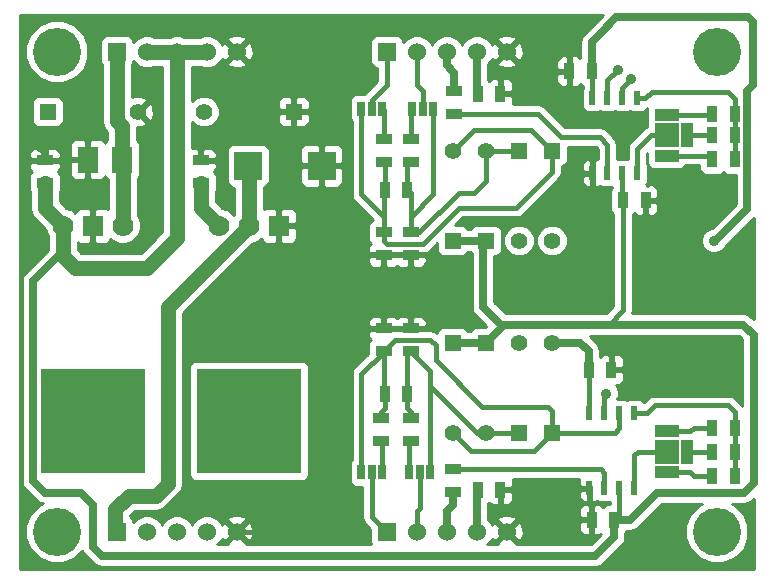
<source format=gtl>
G04 (created by PCBNEW (2013-07-07 BZR 4022)-stable) date 12/7/2014 8:29:54 AM*
%MOIN*%
G04 Gerber Fmt 3.4, Leading zero omitted, Abs format*
%FSLAX34Y34*%
G01*
G70*
G90*
G04 APERTURE LIST*
%ADD10C,0.00590551*%
%ADD11R,0.02X0.045*%
%ADD12R,0.035X0.055*%
%ADD13R,0.055X0.035*%
%ADD14R,0.055X0.055*%
%ADD15C,0.055*%
%ADD16R,0.0933071X0.0956693*%
%ADD17R,0.0708661X0.0877953*%
%ADD18C,0.07*%
%ADD19R,0.07X0.07*%
%ADD20R,0.35X0.35*%
%ADD21C,0.16*%
%ADD22R,0.06X0.06*%
%ADD23C,0.06*%
%ADD24R,0.025X0.05*%
%ADD25R,0.0787402X0.0787402*%
%ADD26R,0.0787402X0.0393701*%
%ADD27R,0.0393701X0.0787402*%
%ADD28C,0.035*%
%ADD29C,0.015*%
%ADD30C,0.05*%
%ADD31C,0.025*%
%ADD32C,0.01*%
G04 APERTURE END LIST*
G54D10*
G54D11*
X71629Y-65961D03*
X71129Y-65961D03*
X70629Y-65961D03*
X70129Y-65961D03*
X70129Y-63461D03*
X70629Y-63461D03*
X71129Y-63461D03*
X71629Y-63461D03*
X71729Y-55461D03*
X71229Y-55461D03*
X70729Y-55461D03*
X70229Y-55461D03*
X70229Y-52961D03*
X70729Y-52961D03*
X71229Y-52961D03*
X71729Y-52961D03*
G54D12*
X67154Y-52811D03*
X66404Y-52811D03*
X74225Y-64750D03*
X74975Y-64750D03*
X74225Y-63950D03*
X74975Y-63950D03*
G54D13*
X64179Y-54336D03*
X64179Y-55086D03*
G54D12*
X63304Y-56011D03*
X64054Y-56011D03*
X71254Y-56361D03*
X72004Y-56361D03*
X70204Y-52061D03*
X69454Y-52061D03*
X74975Y-55000D03*
X74225Y-55000D03*
X74225Y-53500D03*
X74975Y-53500D03*
G54D13*
X65629Y-53486D03*
X65629Y-52736D03*
X64179Y-57436D03*
X64179Y-58186D03*
X63279Y-58186D03*
X63279Y-57436D03*
X63279Y-54336D03*
X63279Y-55086D03*
G54D12*
X74225Y-54200D03*
X74975Y-54200D03*
X70104Y-62011D03*
X70854Y-62011D03*
X74975Y-65550D03*
X74225Y-65550D03*
X70954Y-67011D03*
X70204Y-67011D03*
X63304Y-62811D03*
X64054Y-62811D03*
G54D13*
X51979Y-55786D03*
X51979Y-55036D03*
X57179Y-55036D03*
X57179Y-55786D03*
X64179Y-64386D03*
X64179Y-63636D03*
G54D12*
X67154Y-66011D03*
X66404Y-66011D03*
G54D13*
X65579Y-65336D03*
X65579Y-66086D03*
X64179Y-61386D03*
X64179Y-60636D03*
X63279Y-60636D03*
X63279Y-61386D03*
X63179Y-64386D03*
X63179Y-63636D03*
G54D14*
X65579Y-61111D03*
G54D15*
X65579Y-64111D03*
G54D14*
X60279Y-53411D03*
G54D15*
X57279Y-53411D03*
G54D14*
X65579Y-57711D03*
G54D15*
X65579Y-54711D03*
G54D14*
X68881Y-54709D03*
G54D15*
X68881Y-57709D03*
G54D14*
X66681Y-57709D03*
G54D15*
X66681Y-54709D03*
G54D14*
X67781Y-54709D03*
G54D15*
X67781Y-57709D03*
G54D14*
X52079Y-53411D03*
G54D15*
X55079Y-53411D03*
G54D14*
X68881Y-64109D03*
G54D15*
X68881Y-61109D03*
G54D14*
X67781Y-64109D03*
G54D15*
X67781Y-61109D03*
G54D14*
X66681Y-61109D03*
G54D15*
X66681Y-64109D03*
G54D16*
X61207Y-55211D03*
X58751Y-55211D03*
G54D17*
X54554Y-55011D03*
X53404Y-55011D03*
G54D18*
X57779Y-57211D03*
G54D19*
X59779Y-57211D03*
G54D18*
X58779Y-57211D03*
G54D20*
X58779Y-63711D03*
X53579Y-63711D03*
G54D18*
X54579Y-57211D03*
G54D19*
X53579Y-57211D03*
G54D18*
X52579Y-57211D03*
G54D21*
X74379Y-67411D03*
X52379Y-67411D03*
X52379Y-51411D03*
X74379Y-51411D03*
G54D22*
X54381Y-51409D03*
G54D23*
X55381Y-51409D03*
X56381Y-51409D03*
X57381Y-51409D03*
X58381Y-51409D03*
G54D22*
X54381Y-67409D03*
G54D23*
X55381Y-67409D03*
X56381Y-67409D03*
X57381Y-67409D03*
X58381Y-67409D03*
G54D22*
X63381Y-67409D03*
G54D23*
X64381Y-67409D03*
X65381Y-67409D03*
X66381Y-67409D03*
X67381Y-67409D03*
G54D22*
X63381Y-51409D03*
G54D23*
X64381Y-51409D03*
X65381Y-51409D03*
X66381Y-51409D03*
X67381Y-51409D03*
G54D24*
X64480Y-65420D03*
X64130Y-65420D03*
X64830Y-65420D03*
X62880Y-65420D03*
X62530Y-65420D03*
X63230Y-65420D03*
X64580Y-53310D03*
X64230Y-53310D03*
X64930Y-53310D03*
X62880Y-53310D03*
X62530Y-53310D03*
X63230Y-53310D03*
G54D25*
X72700Y-64750D03*
G54D26*
X72700Y-64070D03*
G54D27*
X73380Y-64750D03*
G54D26*
X72700Y-65430D03*
G54D25*
X72700Y-54200D03*
G54D26*
X72700Y-53520D03*
G54D27*
X73380Y-54200D03*
G54D26*
X72700Y-54880D03*
G54D28*
X72000Y-62500D03*
X72500Y-62500D03*
X73000Y-62500D03*
X73500Y-62500D03*
X73500Y-62000D03*
X73000Y-62000D03*
X72500Y-62000D03*
X72000Y-62000D03*
X69731Y-57109D03*
X69731Y-56609D03*
X69731Y-56109D03*
X70231Y-56109D03*
X70231Y-56609D03*
X70231Y-57109D03*
X70731Y-57109D03*
X70731Y-56609D03*
X70731Y-56109D03*
X60879Y-67411D03*
X60379Y-67411D03*
X59879Y-67411D03*
X59379Y-67411D03*
X59379Y-66911D03*
X59879Y-66911D03*
X60379Y-66911D03*
X60879Y-66911D03*
X60879Y-66411D03*
X60379Y-66411D03*
X59879Y-66411D03*
X59379Y-66411D03*
X60629Y-58411D03*
X61129Y-58411D03*
X61629Y-58411D03*
X62129Y-58411D03*
X62129Y-57911D03*
X61629Y-57911D03*
X61129Y-57911D03*
X60629Y-57911D03*
X60629Y-57411D03*
X61129Y-57411D03*
X61629Y-57411D03*
X62129Y-57411D03*
X62129Y-56911D03*
X61629Y-56911D03*
X61129Y-56911D03*
X60629Y-56911D03*
X51629Y-54411D03*
X74379Y-58661D03*
X74379Y-59161D03*
X74379Y-59661D03*
X73879Y-59661D03*
X73379Y-59661D03*
X72879Y-59661D03*
X72879Y-59161D03*
X73379Y-59161D03*
X73879Y-59161D03*
X73879Y-58661D03*
X73379Y-58661D03*
X72879Y-58661D03*
X68879Y-52661D03*
X68379Y-52661D03*
X68379Y-52161D03*
X68879Y-52161D03*
X68879Y-51661D03*
X68379Y-51661D03*
X68379Y-51161D03*
X68879Y-51161D03*
X59379Y-51911D03*
X59879Y-51911D03*
X60379Y-51911D03*
X60879Y-51911D03*
X61379Y-51911D03*
X61879Y-51911D03*
X61879Y-51411D03*
X61379Y-51411D03*
X60879Y-51411D03*
X60379Y-51411D03*
X59879Y-51411D03*
X59379Y-51411D03*
X68379Y-67161D03*
X68879Y-67161D03*
X69379Y-67161D03*
X69379Y-66661D03*
X68879Y-66661D03*
X68379Y-66661D03*
X68379Y-66161D03*
X68879Y-66161D03*
X69379Y-66161D03*
X73879Y-56911D03*
X73379Y-56911D03*
X72879Y-56911D03*
X72879Y-56411D03*
X73379Y-56411D03*
X73879Y-56411D03*
X73879Y-55911D03*
X73379Y-55911D03*
X72879Y-55911D03*
X70679Y-62811D03*
X71529Y-52311D03*
X71079Y-52011D03*
X74279Y-57711D03*
G54D29*
X67779Y-54011D02*
X67879Y-54011D01*
G54D30*
X54554Y-55011D02*
X54554Y-53881D01*
X54381Y-53709D02*
X54381Y-51409D01*
X54554Y-53881D02*
X54381Y-53709D01*
X54579Y-57211D02*
X54579Y-55036D01*
X54579Y-55036D02*
X54554Y-55011D01*
X54330Y-67410D02*
X54330Y-66660D01*
X56080Y-59910D02*
X58779Y-57211D01*
X56080Y-65810D02*
X56080Y-59910D01*
X55680Y-66210D02*
X56080Y-65810D01*
X54780Y-66210D02*
X55680Y-66210D01*
X54330Y-66660D02*
X54780Y-66210D01*
X58779Y-57211D02*
X58779Y-55239D01*
X58779Y-55239D02*
X58751Y-55211D01*
G54D29*
X64479Y-65411D02*
X64479Y-66611D01*
X64479Y-66611D02*
X64379Y-66711D01*
X64379Y-66711D02*
X64379Y-67411D01*
G54D31*
X65381Y-67409D02*
X65381Y-66708D01*
X65381Y-66708D02*
X65579Y-66511D01*
X65579Y-66511D02*
X65579Y-66086D01*
G54D29*
X65579Y-66086D02*
X65579Y-66511D01*
X65579Y-66511D02*
X65379Y-66711D01*
X65379Y-67411D02*
X65379Y-66711D01*
X62879Y-65411D02*
X62879Y-66911D01*
X62879Y-66911D02*
X63379Y-67411D01*
G54D31*
X66381Y-67409D02*
X66381Y-66033D01*
X66381Y-66033D02*
X66404Y-66011D01*
G54D29*
X64381Y-51409D02*
X64381Y-52509D01*
X64381Y-52509D02*
X64579Y-52706D01*
X64579Y-52706D02*
X64579Y-53311D01*
G54D31*
X65629Y-52736D02*
X65629Y-52111D01*
X65629Y-52111D02*
X65379Y-51861D01*
X65379Y-51861D02*
X65379Y-51411D01*
X65379Y-51411D02*
X65381Y-51409D01*
G54D29*
X65379Y-51411D02*
X65379Y-51861D01*
X65379Y-51861D02*
X65629Y-52111D01*
X62879Y-53311D02*
X62879Y-53011D01*
X63381Y-52509D02*
X63381Y-51409D01*
X62879Y-53011D02*
X63381Y-52509D01*
G54D31*
X66381Y-51409D02*
X66381Y-52788D01*
X66381Y-52788D02*
X66404Y-52811D01*
G54D29*
X70854Y-62011D02*
X71988Y-62011D01*
X73000Y-62500D02*
X72500Y-62500D01*
X73500Y-62000D02*
X73500Y-62500D01*
X72500Y-62000D02*
X73000Y-62000D01*
X71988Y-62011D02*
X72000Y-62000D01*
X70229Y-55461D02*
X70229Y-55956D01*
X69731Y-56609D02*
X69731Y-57109D01*
X70231Y-56109D02*
X69731Y-56109D01*
X70231Y-57109D02*
X70231Y-56609D01*
X70731Y-56609D02*
X70731Y-57109D01*
X70631Y-56009D02*
X70731Y-56109D01*
X70281Y-56009D02*
X70631Y-56009D01*
X70229Y-55956D02*
X70281Y-56009D01*
X58379Y-67411D02*
X59129Y-67411D01*
X59879Y-67411D02*
X60379Y-67411D01*
X59379Y-66911D02*
X59379Y-67411D01*
X60379Y-66911D02*
X59879Y-66911D01*
X60879Y-66411D02*
X60879Y-66911D01*
X59879Y-66411D02*
X60379Y-66411D01*
X59379Y-67161D02*
X59379Y-66411D01*
X59129Y-67411D02*
X59379Y-67161D01*
G54D32*
X61207Y-55211D02*
X61207Y-56332D01*
X61629Y-58411D02*
X61129Y-58411D01*
X62129Y-57911D02*
X62129Y-58411D01*
X61129Y-57911D02*
X61629Y-57911D01*
X60629Y-57411D02*
X60629Y-57911D01*
X61629Y-57411D02*
X61129Y-57411D01*
X62129Y-56911D02*
X62129Y-57411D01*
X61129Y-56911D02*
X61629Y-56911D01*
X61207Y-56332D02*
X60629Y-56911D01*
G54D31*
X51979Y-55036D02*
X51979Y-54761D01*
X51979Y-54761D02*
X51629Y-54411D01*
X72879Y-56911D02*
X72879Y-58661D01*
X74379Y-59661D02*
X74379Y-59161D01*
X73379Y-59661D02*
X73879Y-59661D01*
X72879Y-59161D02*
X72879Y-59661D01*
X73879Y-59161D02*
X73379Y-59161D01*
X73379Y-58661D02*
X73879Y-58661D01*
G54D32*
X69454Y-52061D02*
X69454Y-51236D01*
X68379Y-52161D02*
X68379Y-52661D01*
X68879Y-51661D02*
X68879Y-52161D01*
X68379Y-51161D02*
X68379Y-51661D01*
X69379Y-51161D02*
X68879Y-51161D01*
X69454Y-51236D02*
X69379Y-51161D01*
G54D29*
X59879Y-51911D02*
X59379Y-51911D01*
X60879Y-51911D02*
X60379Y-51911D01*
X61879Y-51911D02*
X61379Y-51911D01*
X61379Y-51411D02*
X61879Y-51411D01*
X60379Y-51411D02*
X60879Y-51411D01*
X59379Y-51411D02*
X59879Y-51411D01*
X70204Y-67011D02*
X69479Y-67011D01*
X68879Y-67161D02*
X68379Y-67161D01*
X69379Y-66661D02*
X69379Y-67161D01*
X68379Y-66661D02*
X68879Y-66661D01*
X68879Y-66161D02*
X68379Y-66161D01*
X69379Y-66911D02*
X69379Y-66161D01*
X69479Y-67011D02*
X69379Y-66911D01*
X72004Y-56361D02*
X72429Y-56361D01*
X73379Y-56911D02*
X73879Y-56911D01*
X72879Y-56411D02*
X72879Y-56911D01*
X73879Y-56411D02*
X73379Y-56411D01*
X73379Y-55911D02*
X73879Y-55911D01*
X72429Y-56361D02*
X72879Y-55911D01*
X72700Y-54200D02*
X72190Y-54200D01*
X71729Y-54711D02*
X71729Y-55461D01*
X71729Y-54711D02*
X71729Y-54661D01*
X72190Y-54200D02*
X71729Y-54661D01*
X64179Y-54336D02*
X64179Y-53361D01*
X64179Y-53361D02*
X64229Y-53311D01*
X70629Y-65961D02*
X70629Y-65461D01*
X70504Y-65336D02*
X65579Y-65336D01*
X70629Y-65461D02*
X70504Y-65336D01*
X66681Y-64109D02*
X66381Y-64109D01*
X66381Y-64109D02*
X64829Y-62556D01*
X66681Y-64109D02*
X67781Y-64109D01*
X70629Y-63461D02*
X70629Y-62861D01*
X70629Y-62861D02*
X70679Y-62811D01*
X64179Y-61386D02*
X64179Y-61411D01*
X64179Y-61411D02*
X64829Y-62061D01*
X64829Y-62111D02*
X64829Y-62556D01*
X64829Y-62061D02*
X64829Y-62111D01*
X64829Y-62556D02*
X64829Y-62909D01*
X64829Y-62909D02*
X64829Y-65411D01*
X64054Y-62811D02*
X64054Y-61511D01*
X64054Y-61511D02*
X64179Y-61386D01*
X64054Y-62811D02*
X64054Y-63286D01*
X64179Y-63411D02*
X64179Y-63636D01*
X64054Y-63286D02*
X64179Y-63411D01*
X72700Y-64750D02*
X71750Y-64750D01*
X71629Y-64870D02*
X71629Y-65961D01*
X71750Y-64750D02*
X71629Y-64870D01*
X68881Y-64109D02*
X70990Y-64109D01*
X71129Y-63970D02*
X71129Y-63461D01*
X70990Y-64109D02*
X71129Y-63970D01*
X63654Y-61011D02*
X64811Y-61011D01*
X68881Y-63381D02*
X68881Y-64109D01*
X68750Y-63250D02*
X68881Y-63381D01*
X66550Y-63250D02*
X68750Y-63250D01*
X65000Y-61700D02*
X66550Y-63250D01*
X65000Y-61200D02*
X65000Y-61700D01*
X64811Y-61011D02*
X65000Y-61200D01*
X63279Y-61386D02*
X63279Y-62786D01*
X63279Y-62786D02*
X63304Y-62811D01*
X63700Y-61011D02*
X63654Y-61011D01*
X63654Y-61011D02*
X63279Y-61386D01*
X65579Y-64111D02*
X66177Y-64709D01*
X68281Y-64709D02*
X68881Y-64109D01*
X68281Y-64709D02*
X66177Y-64709D01*
X63679Y-61011D02*
X63700Y-61011D01*
X63279Y-61386D02*
X63304Y-61386D01*
X63279Y-61386D02*
X63279Y-61411D01*
X62529Y-65411D02*
X62529Y-62161D01*
X63279Y-61411D02*
X62529Y-62161D01*
X63179Y-63636D02*
X63179Y-63411D01*
X63304Y-63286D02*
X63304Y-62811D01*
X63179Y-63411D02*
X63304Y-63286D01*
X74975Y-54200D02*
X74975Y-55000D01*
X74975Y-53500D02*
X74975Y-54200D01*
X71729Y-52961D02*
X71988Y-52961D01*
X74975Y-52975D02*
X74975Y-53500D01*
X74750Y-52750D02*
X74975Y-52975D01*
X72200Y-52750D02*
X74750Y-52750D01*
X71988Y-52961D02*
X72200Y-52750D01*
X73380Y-64750D02*
X74225Y-64750D01*
X72700Y-64070D02*
X73480Y-64070D01*
X73600Y-63950D02*
X74225Y-63950D01*
X73480Y-64070D02*
X73600Y-63950D01*
X63279Y-54336D02*
X63279Y-53361D01*
X63279Y-53361D02*
X63229Y-53311D01*
X74975Y-64750D02*
X74975Y-65550D01*
X74975Y-63950D02*
X74975Y-64750D01*
X71629Y-63461D02*
X72038Y-63461D01*
X74975Y-63425D02*
X74975Y-63950D01*
X74750Y-63200D02*
X74975Y-63425D01*
X72300Y-63200D02*
X74750Y-63200D01*
X72038Y-63461D02*
X72300Y-63200D01*
X72700Y-65430D02*
X73480Y-65430D01*
X73600Y-65550D02*
X74225Y-65550D01*
X73480Y-65430D02*
X73600Y-65550D01*
X63229Y-65411D02*
X63229Y-64436D01*
X63229Y-64436D02*
X63179Y-64386D01*
X64129Y-65411D02*
X64129Y-64436D01*
X64129Y-64436D02*
X64179Y-64386D01*
X72700Y-54880D02*
X74105Y-54880D01*
X74105Y-54880D02*
X74225Y-55000D01*
X68881Y-54709D02*
X68881Y-55408D01*
X67679Y-56611D02*
X68579Y-55711D01*
X63279Y-57711D02*
X63279Y-57436D01*
X64579Y-57811D02*
X65779Y-56611D01*
X63379Y-57811D02*
X64579Y-57811D01*
X63279Y-57711D02*
X63379Y-57811D01*
X65779Y-56611D02*
X67679Y-56611D01*
X68881Y-55408D02*
X68579Y-55711D01*
X65579Y-54711D02*
X65580Y-54711D01*
X68181Y-54009D02*
X68881Y-54709D01*
X66281Y-54009D02*
X68181Y-54009D01*
X65580Y-54711D02*
X66281Y-54009D01*
X71229Y-52611D02*
X71229Y-52961D01*
X71529Y-52311D02*
X71229Y-52611D01*
X62529Y-55911D02*
X62529Y-56161D01*
X62529Y-56161D02*
X62679Y-56311D01*
X62679Y-56311D02*
X63279Y-56911D01*
X62529Y-53311D02*
X62529Y-55911D01*
X65579Y-54711D02*
X65579Y-54611D01*
X63279Y-57436D02*
X63279Y-56911D01*
X63279Y-56911D02*
X63279Y-56811D01*
X63279Y-56811D02*
X63279Y-56036D01*
X63279Y-56036D02*
X63304Y-56011D01*
X63304Y-56011D02*
X63304Y-55111D01*
X63304Y-55111D02*
X63279Y-55086D01*
X66681Y-54709D02*
X67781Y-54709D01*
X66681Y-54709D02*
X66681Y-55708D01*
X64454Y-57436D02*
X65779Y-56111D01*
X65779Y-56111D02*
X66279Y-56111D01*
X66279Y-56111D02*
X66579Y-55811D01*
X64454Y-57436D02*
X64179Y-57436D01*
X66681Y-55708D02*
X66579Y-55811D01*
X70729Y-52961D02*
X70729Y-52361D01*
X70729Y-52361D02*
X71079Y-52011D01*
X64929Y-53311D02*
X64929Y-56161D01*
X64929Y-56161D02*
X64179Y-56911D01*
X64179Y-57436D02*
X64179Y-56911D01*
X64179Y-56911D02*
X64179Y-56136D01*
X64179Y-56136D02*
X64054Y-56011D01*
X64054Y-56011D02*
X64054Y-55211D01*
X64054Y-55211D02*
X64179Y-55086D01*
X70729Y-55461D02*
X70729Y-54511D01*
X68404Y-53486D02*
X65629Y-53486D01*
X69179Y-54261D02*
X68404Y-53486D01*
X70479Y-54261D02*
X69179Y-54261D01*
X70729Y-54511D02*
X70479Y-54261D01*
X72700Y-53520D02*
X74205Y-53520D01*
X74205Y-53520D02*
X74225Y-53500D01*
X73380Y-54200D02*
X74225Y-54200D01*
G54D31*
X73950Y-60511D02*
X75261Y-60511D01*
X75288Y-66111D02*
X75079Y-66111D01*
X75600Y-65800D02*
X75288Y-66111D01*
X75600Y-60850D02*
X75600Y-65800D01*
X75261Y-60511D02*
X75600Y-60850D01*
X65579Y-61111D02*
X66680Y-61111D01*
X67280Y-60511D02*
X67179Y-60511D01*
X66680Y-61111D02*
X67280Y-60511D01*
G54D30*
X56381Y-51409D02*
X57381Y-51409D01*
X56381Y-51409D02*
X55381Y-51409D01*
X52579Y-58209D02*
X52581Y-58209D01*
X56381Y-57609D02*
X56381Y-51409D01*
X55381Y-58609D02*
X56381Y-57609D01*
X52981Y-58609D02*
X55381Y-58609D01*
X52581Y-58209D02*
X52981Y-58609D01*
G54D31*
X70954Y-67586D02*
X70954Y-67011D01*
X67879Y-68211D02*
X70329Y-68211D01*
X58979Y-68211D02*
X62879Y-68211D01*
X53579Y-66511D02*
X53579Y-67911D01*
X53579Y-67911D02*
X53879Y-68211D01*
X53879Y-68211D02*
X58979Y-68211D01*
X62879Y-68211D02*
X67879Y-68211D01*
X70329Y-68211D02*
X70954Y-67586D01*
X70954Y-67011D02*
X71479Y-67011D01*
X72379Y-66111D02*
X75079Y-66111D01*
X71479Y-67011D02*
X72379Y-66111D01*
X67179Y-60511D02*
X73950Y-60511D01*
X73950Y-60511D02*
X73979Y-60511D01*
X66579Y-57711D02*
X66579Y-59911D01*
X66579Y-59911D02*
X67179Y-60511D01*
X65579Y-57711D02*
X66579Y-57711D01*
G54D29*
X71254Y-56361D02*
X71254Y-60036D01*
X71254Y-60036D02*
X70779Y-60511D01*
X71229Y-55461D02*
X71229Y-56336D01*
X71229Y-56336D02*
X71254Y-56361D01*
X66579Y-59911D02*
X67179Y-60511D01*
X73979Y-60511D02*
X70779Y-60511D01*
X70779Y-60511D02*
X67179Y-60511D01*
X71129Y-65961D02*
X71129Y-66836D01*
X71129Y-66836D02*
X70954Y-67011D01*
X52429Y-58211D02*
X51579Y-59061D01*
G54D31*
X51579Y-59061D02*
X52429Y-58211D01*
X51579Y-65611D02*
X51579Y-59061D01*
X51579Y-65711D02*
X51979Y-66111D01*
X51579Y-65611D02*
X51579Y-65711D01*
X51979Y-66111D02*
X53179Y-66111D01*
X53179Y-66111D02*
X53579Y-66511D01*
G54D29*
X52579Y-58211D02*
X52579Y-58209D01*
X52579Y-58209D02*
X52579Y-58211D01*
X52579Y-58211D02*
X52429Y-58211D01*
G54D30*
X52579Y-57211D02*
X52579Y-58211D01*
X51979Y-55786D02*
X51979Y-56611D01*
X51979Y-56611D02*
X52579Y-57211D01*
G54D31*
X75579Y-50411D02*
X75579Y-51211D01*
X75429Y-50261D02*
X75579Y-50411D01*
X71029Y-50261D02*
X75429Y-50261D01*
X70204Y-51111D02*
X70204Y-51086D01*
X70204Y-51086D02*
X70479Y-50811D01*
X75579Y-52511D02*
X75379Y-52711D01*
X74329Y-57711D02*
X75379Y-56661D01*
X75379Y-56661D02*
X75379Y-52711D01*
X74279Y-57711D02*
X74329Y-57711D01*
X75579Y-51211D02*
X75579Y-52511D01*
X70204Y-51111D02*
X70204Y-52061D01*
X70479Y-50811D02*
X71029Y-50261D01*
X68881Y-61109D02*
X69827Y-61109D01*
X69827Y-61109D02*
X69829Y-61111D01*
X69829Y-61111D02*
X70104Y-61386D01*
X70104Y-61386D02*
X70104Y-62011D01*
G54D29*
X70129Y-63461D02*
X70129Y-62036D01*
X70129Y-62036D02*
X70129Y-61411D01*
X70129Y-61411D02*
X69829Y-61111D01*
X70229Y-52961D02*
X70229Y-52086D01*
X70229Y-52086D02*
X70204Y-52061D01*
G54D30*
X57179Y-55786D02*
X57179Y-56611D01*
X57179Y-56611D02*
X57779Y-57211D01*
G54D10*
G36*
X70804Y-66486D02*
X70729Y-66486D01*
X70637Y-66524D01*
X70579Y-66582D01*
X70520Y-66524D01*
X70428Y-66486D01*
X70316Y-66486D01*
X70254Y-66548D01*
X70254Y-66961D01*
X70262Y-66961D01*
X70262Y-67061D01*
X70254Y-67061D01*
X70254Y-67473D01*
X70316Y-67536D01*
X70428Y-67536D01*
X70505Y-67504D01*
X70174Y-67836D01*
X70154Y-67836D01*
X70154Y-67473D01*
X70154Y-67061D01*
X70154Y-66961D01*
X70154Y-66548D01*
X70091Y-66486D01*
X70079Y-66486D01*
X70079Y-66373D01*
X70079Y-66011D01*
X69841Y-66011D01*
X69779Y-66073D01*
X69779Y-66136D01*
X69779Y-66236D01*
X69817Y-66328D01*
X69887Y-66398D01*
X69979Y-66436D01*
X70016Y-66436D01*
X70079Y-66373D01*
X70079Y-66486D01*
X69979Y-66486D01*
X69887Y-66524D01*
X69817Y-66594D01*
X69779Y-66686D01*
X69779Y-66785D01*
X69779Y-66898D01*
X69841Y-66961D01*
X70154Y-66961D01*
X70154Y-67061D01*
X69841Y-67061D01*
X69779Y-67123D01*
X69779Y-67236D01*
X69779Y-67336D01*
X69817Y-67428D01*
X69887Y-67498D01*
X69979Y-67536D01*
X70091Y-67536D01*
X70154Y-67473D01*
X70154Y-67836D01*
X67936Y-67836D01*
X67936Y-67491D01*
X67925Y-67272D01*
X67863Y-67121D01*
X67767Y-67094D01*
X67697Y-67164D01*
X67697Y-67023D01*
X67669Y-66928D01*
X67579Y-66895D01*
X67579Y-66236D01*
X67579Y-66123D01*
X67516Y-66061D01*
X67204Y-66061D01*
X67204Y-66473D01*
X67266Y-66536D01*
X67378Y-66536D01*
X67470Y-66498D01*
X67541Y-66428D01*
X67579Y-66336D01*
X67579Y-66236D01*
X67579Y-66895D01*
X67463Y-66854D01*
X67245Y-66865D01*
X67094Y-66928D01*
X67066Y-67023D01*
X67381Y-67338D01*
X67697Y-67023D01*
X67697Y-67164D01*
X67452Y-67409D01*
X67767Y-67724D01*
X67863Y-67697D01*
X67936Y-67491D01*
X67936Y-67836D01*
X67879Y-67836D01*
X67685Y-67836D01*
X67697Y-67795D01*
X67381Y-67480D01*
X67066Y-67795D01*
X67078Y-67836D01*
X66732Y-67836D01*
X66847Y-67721D01*
X66879Y-67645D01*
X66900Y-67697D01*
X66995Y-67724D01*
X67311Y-67409D01*
X66995Y-67094D01*
X66900Y-67121D01*
X66880Y-67176D01*
X66848Y-67098D01*
X66756Y-67006D01*
X66756Y-66462D01*
X66779Y-66439D01*
X66837Y-66498D01*
X66929Y-66536D01*
X67041Y-66536D01*
X67104Y-66473D01*
X67104Y-66061D01*
X67096Y-66061D01*
X67096Y-65961D01*
X67104Y-65961D01*
X67104Y-65953D01*
X67204Y-65953D01*
X67204Y-65961D01*
X67516Y-65961D01*
X67579Y-65898D01*
X67579Y-65785D01*
X67579Y-65686D01*
X67568Y-65661D01*
X69789Y-65661D01*
X69779Y-65686D01*
X69779Y-65785D01*
X69779Y-65848D01*
X69841Y-65911D01*
X70079Y-65911D01*
X70079Y-65903D01*
X70179Y-65903D01*
X70179Y-65911D01*
X70187Y-65911D01*
X70187Y-66011D01*
X70179Y-66011D01*
X70179Y-66373D01*
X70241Y-66436D01*
X70278Y-66436D01*
X70370Y-66398D01*
X70379Y-66389D01*
X70387Y-66398D01*
X70479Y-66436D01*
X70578Y-66436D01*
X70778Y-66436D01*
X70804Y-66425D01*
X70804Y-66486D01*
X70804Y-66486D01*
G37*
G54D32*
X70804Y-66486D02*
X70729Y-66486D01*
X70637Y-66524D01*
X70579Y-66582D01*
X70520Y-66524D01*
X70428Y-66486D01*
X70316Y-66486D01*
X70254Y-66548D01*
X70254Y-66961D01*
X70262Y-66961D01*
X70262Y-67061D01*
X70254Y-67061D01*
X70254Y-67473D01*
X70316Y-67536D01*
X70428Y-67536D01*
X70505Y-67504D01*
X70174Y-67836D01*
X70154Y-67836D01*
X70154Y-67473D01*
X70154Y-67061D01*
X70154Y-66961D01*
X70154Y-66548D01*
X70091Y-66486D01*
X70079Y-66486D01*
X70079Y-66373D01*
X70079Y-66011D01*
X69841Y-66011D01*
X69779Y-66073D01*
X69779Y-66136D01*
X69779Y-66236D01*
X69817Y-66328D01*
X69887Y-66398D01*
X69979Y-66436D01*
X70016Y-66436D01*
X70079Y-66373D01*
X70079Y-66486D01*
X69979Y-66486D01*
X69887Y-66524D01*
X69817Y-66594D01*
X69779Y-66686D01*
X69779Y-66785D01*
X69779Y-66898D01*
X69841Y-66961D01*
X70154Y-66961D01*
X70154Y-67061D01*
X69841Y-67061D01*
X69779Y-67123D01*
X69779Y-67236D01*
X69779Y-67336D01*
X69817Y-67428D01*
X69887Y-67498D01*
X69979Y-67536D01*
X70091Y-67536D01*
X70154Y-67473D01*
X70154Y-67836D01*
X67936Y-67836D01*
X67936Y-67491D01*
X67925Y-67272D01*
X67863Y-67121D01*
X67767Y-67094D01*
X67697Y-67164D01*
X67697Y-67023D01*
X67669Y-66928D01*
X67579Y-66895D01*
X67579Y-66236D01*
X67579Y-66123D01*
X67516Y-66061D01*
X67204Y-66061D01*
X67204Y-66473D01*
X67266Y-66536D01*
X67378Y-66536D01*
X67470Y-66498D01*
X67541Y-66428D01*
X67579Y-66336D01*
X67579Y-66236D01*
X67579Y-66895D01*
X67463Y-66854D01*
X67245Y-66865D01*
X67094Y-66928D01*
X67066Y-67023D01*
X67381Y-67338D01*
X67697Y-67023D01*
X67697Y-67164D01*
X67452Y-67409D01*
X67767Y-67724D01*
X67863Y-67697D01*
X67936Y-67491D01*
X67936Y-67836D01*
X67879Y-67836D01*
X67685Y-67836D01*
X67697Y-67795D01*
X67381Y-67480D01*
X67066Y-67795D01*
X67078Y-67836D01*
X66732Y-67836D01*
X66847Y-67721D01*
X66879Y-67645D01*
X66900Y-67697D01*
X66995Y-67724D01*
X67311Y-67409D01*
X66995Y-67094D01*
X66900Y-67121D01*
X66880Y-67176D01*
X66848Y-67098D01*
X66756Y-67006D01*
X66756Y-66462D01*
X66779Y-66439D01*
X66837Y-66498D01*
X66929Y-66536D01*
X67041Y-66536D01*
X67104Y-66473D01*
X67104Y-66061D01*
X67096Y-66061D01*
X67096Y-65961D01*
X67104Y-65961D01*
X67104Y-65953D01*
X67204Y-65953D01*
X67204Y-65961D01*
X67516Y-65961D01*
X67579Y-65898D01*
X67579Y-65785D01*
X67579Y-65686D01*
X67568Y-65661D01*
X69789Y-65661D01*
X69779Y-65686D01*
X69779Y-65785D01*
X69779Y-65848D01*
X69841Y-65911D01*
X70079Y-65911D01*
X70079Y-65903D01*
X70179Y-65903D01*
X70179Y-65911D01*
X70187Y-65911D01*
X70187Y-66011D01*
X70179Y-66011D01*
X70179Y-66373D01*
X70241Y-66436D01*
X70278Y-66436D01*
X70370Y-66398D01*
X70379Y-66389D01*
X70387Y-66398D01*
X70479Y-66436D01*
X70578Y-66436D01*
X70778Y-66436D01*
X70804Y-66425D01*
X70804Y-66486D01*
G54D10*
G36*
X70929Y-59901D02*
X70694Y-60136D01*
X70179Y-60136D01*
X70179Y-55873D01*
X70179Y-55511D01*
X70179Y-55411D01*
X70179Y-55048D01*
X70116Y-54986D01*
X70079Y-54986D01*
X69987Y-55024D01*
X69917Y-55094D01*
X69879Y-55186D01*
X69879Y-55285D01*
X69879Y-55348D01*
X69941Y-55411D01*
X70179Y-55411D01*
X70179Y-55511D01*
X69941Y-55511D01*
X69879Y-55573D01*
X69879Y-55636D01*
X69879Y-55736D01*
X69917Y-55828D01*
X69987Y-55898D01*
X70079Y-55936D01*
X70116Y-55936D01*
X70179Y-55873D01*
X70179Y-60136D01*
X69406Y-60136D01*
X69406Y-57605D01*
X69327Y-57412D01*
X69179Y-57264D01*
X68986Y-57184D01*
X68777Y-57184D01*
X68584Y-57264D01*
X68437Y-57411D01*
X68356Y-57604D01*
X68356Y-57813D01*
X68436Y-58006D01*
X68584Y-58154D01*
X68777Y-58234D01*
X68985Y-58234D01*
X69178Y-58154D01*
X69326Y-58007D01*
X69406Y-57814D01*
X69406Y-57605D01*
X69406Y-60136D01*
X68306Y-60136D01*
X68306Y-57605D01*
X68227Y-57412D01*
X68079Y-57264D01*
X67886Y-57184D01*
X67677Y-57184D01*
X67484Y-57264D01*
X67337Y-57411D01*
X67256Y-57604D01*
X67256Y-57813D01*
X67336Y-58006D01*
X67484Y-58154D01*
X67677Y-58234D01*
X67885Y-58234D01*
X68078Y-58154D01*
X68226Y-58007D01*
X68306Y-57814D01*
X68306Y-57605D01*
X68306Y-60136D01*
X67334Y-60136D01*
X66954Y-59755D01*
X66954Y-58234D01*
X67006Y-58234D01*
X67098Y-58196D01*
X67168Y-58126D01*
X67206Y-58034D01*
X67206Y-57934D01*
X67206Y-57384D01*
X67168Y-57293D01*
X67098Y-57222D01*
X67006Y-57184D01*
X66907Y-57184D01*
X66357Y-57184D01*
X66265Y-57222D01*
X66195Y-57292D01*
X66176Y-57336D01*
X66083Y-57336D01*
X66066Y-57294D01*
X65996Y-57224D01*
X65904Y-57186D01*
X65804Y-57186D01*
X65664Y-57186D01*
X65913Y-56936D01*
X67679Y-56936D01*
X67803Y-56911D01*
X67803Y-56911D01*
X67909Y-56841D01*
X68809Y-55941D01*
X69111Y-55638D01*
X69111Y-55638D01*
X69111Y-55638D01*
X69182Y-55533D01*
X69182Y-55533D01*
X69206Y-55408D01*
X69206Y-55234D01*
X69298Y-55196D01*
X69368Y-55126D01*
X69406Y-55034D01*
X69406Y-54934D01*
X69406Y-54586D01*
X70344Y-54586D01*
X70404Y-54645D01*
X70404Y-54996D01*
X70378Y-54986D01*
X70341Y-54986D01*
X70279Y-55048D01*
X70279Y-55411D01*
X70287Y-55411D01*
X70287Y-55511D01*
X70279Y-55511D01*
X70279Y-55873D01*
X70341Y-55936D01*
X70378Y-55936D01*
X70470Y-55898D01*
X70479Y-55889D01*
X70487Y-55898D01*
X70579Y-55936D01*
X70678Y-55936D01*
X70875Y-55936D01*
X70867Y-55944D01*
X70829Y-56036D01*
X70829Y-56135D01*
X70829Y-56685D01*
X70867Y-56777D01*
X70929Y-56839D01*
X70929Y-59901D01*
X70929Y-59901D01*
G37*
G54D32*
X70929Y-59901D02*
X70694Y-60136D01*
X70179Y-60136D01*
X70179Y-55873D01*
X70179Y-55511D01*
X70179Y-55411D01*
X70179Y-55048D01*
X70116Y-54986D01*
X70079Y-54986D01*
X69987Y-55024D01*
X69917Y-55094D01*
X69879Y-55186D01*
X69879Y-55285D01*
X69879Y-55348D01*
X69941Y-55411D01*
X70179Y-55411D01*
X70179Y-55511D01*
X69941Y-55511D01*
X69879Y-55573D01*
X69879Y-55636D01*
X69879Y-55736D01*
X69917Y-55828D01*
X69987Y-55898D01*
X70079Y-55936D01*
X70116Y-55936D01*
X70179Y-55873D01*
X70179Y-60136D01*
X69406Y-60136D01*
X69406Y-57605D01*
X69327Y-57412D01*
X69179Y-57264D01*
X68986Y-57184D01*
X68777Y-57184D01*
X68584Y-57264D01*
X68437Y-57411D01*
X68356Y-57604D01*
X68356Y-57813D01*
X68436Y-58006D01*
X68584Y-58154D01*
X68777Y-58234D01*
X68985Y-58234D01*
X69178Y-58154D01*
X69326Y-58007D01*
X69406Y-57814D01*
X69406Y-57605D01*
X69406Y-60136D01*
X68306Y-60136D01*
X68306Y-57605D01*
X68227Y-57412D01*
X68079Y-57264D01*
X67886Y-57184D01*
X67677Y-57184D01*
X67484Y-57264D01*
X67337Y-57411D01*
X67256Y-57604D01*
X67256Y-57813D01*
X67336Y-58006D01*
X67484Y-58154D01*
X67677Y-58234D01*
X67885Y-58234D01*
X68078Y-58154D01*
X68226Y-58007D01*
X68306Y-57814D01*
X68306Y-57605D01*
X68306Y-60136D01*
X67334Y-60136D01*
X66954Y-59755D01*
X66954Y-58234D01*
X67006Y-58234D01*
X67098Y-58196D01*
X67168Y-58126D01*
X67206Y-58034D01*
X67206Y-57934D01*
X67206Y-57384D01*
X67168Y-57293D01*
X67098Y-57222D01*
X67006Y-57184D01*
X66907Y-57184D01*
X66357Y-57184D01*
X66265Y-57222D01*
X66195Y-57292D01*
X66176Y-57336D01*
X66083Y-57336D01*
X66066Y-57294D01*
X65996Y-57224D01*
X65904Y-57186D01*
X65804Y-57186D01*
X65664Y-57186D01*
X65913Y-56936D01*
X67679Y-56936D01*
X67803Y-56911D01*
X67803Y-56911D01*
X67909Y-56841D01*
X68809Y-55941D01*
X69111Y-55638D01*
X69111Y-55638D01*
X69111Y-55638D01*
X69182Y-55533D01*
X69182Y-55533D01*
X69206Y-55408D01*
X69206Y-55234D01*
X69298Y-55196D01*
X69368Y-55126D01*
X69406Y-55034D01*
X69406Y-54934D01*
X69406Y-54586D01*
X70344Y-54586D01*
X70404Y-54645D01*
X70404Y-54996D01*
X70378Y-54986D01*
X70341Y-54986D01*
X70279Y-55048D01*
X70279Y-55411D01*
X70287Y-55411D01*
X70287Y-55511D01*
X70279Y-55511D01*
X70279Y-55873D01*
X70341Y-55936D01*
X70378Y-55936D01*
X70470Y-55898D01*
X70479Y-55889D01*
X70487Y-55898D01*
X70579Y-55936D01*
X70678Y-55936D01*
X70875Y-55936D01*
X70867Y-55944D01*
X70829Y-56036D01*
X70829Y-56135D01*
X70829Y-56685D01*
X70867Y-56777D01*
X70929Y-56839D01*
X70929Y-59901D01*
G54D10*
G36*
X75225Y-63225D02*
X75204Y-63195D01*
X74979Y-62970D01*
X74874Y-62899D01*
X74750Y-62875D01*
X72300Y-62875D01*
X72175Y-62899D01*
X72070Y-62970D01*
X71942Y-63097D01*
X71941Y-63094D01*
X71871Y-63024D01*
X71779Y-62986D01*
X71679Y-62986D01*
X71479Y-62986D01*
X71387Y-63024D01*
X71379Y-63032D01*
X71371Y-63024D01*
X71279Y-62986D01*
X71179Y-62986D01*
X71066Y-62986D01*
X71104Y-62896D01*
X71104Y-62727D01*
X71039Y-62570D01*
X71005Y-62536D01*
X71078Y-62536D01*
X71170Y-62498D01*
X71241Y-62428D01*
X71279Y-62336D01*
X71279Y-62236D01*
X71279Y-61785D01*
X71279Y-61686D01*
X71241Y-61594D01*
X71170Y-61524D01*
X71078Y-61486D01*
X70966Y-61486D01*
X70904Y-61548D01*
X70904Y-61961D01*
X71216Y-61961D01*
X71279Y-61898D01*
X71279Y-61785D01*
X71279Y-62236D01*
X71279Y-62123D01*
X71216Y-62061D01*
X70904Y-62061D01*
X70904Y-62069D01*
X70804Y-62069D01*
X70804Y-62061D01*
X70796Y-62061D01*
X70796Y-61961D01*
X70804Y-61961D01*
X70804Y-61548D01*
X70741Y-61486D01*
X70629Y-61486D01*
X70537Y-61524D01*
X70479Y-61582D01*
X70479Y-61386D01*
X70450Y-61242D01*
X70369Y-61121D01*
X70134Y-60886D01*
X73950Y-60886D01*
X73979Y-60886D01*
X75105Y-60886D01*
X75225Y-61005D01*
X75225Y-63225D01*
X75225Y-63225D01*
G37*
G54D32*
X75225Y-63225D02*
X75204Y-63195D01*
X74979Y-62970D01*
X74874Y-62899D01*
X74750Y-62875D01*
X72300Y-62875D01*
X72175Y-62899D01*
X72070Y-62970D01*
X71942Y-63097D01*
X71941Y-63094D01*
X71871Y-63024D01*
X71779Y-62986D01*
X71679Y-62986D01*
X71479Y-62986D01*
X71387Y-63024D01*
X71379Y-63032D01*
X71371Y-63024D01*
X71279Y-62986D01*
X71179Y-62986D01*
X71066Y-62986D01*
X71104Y-62896D01*
X71104Y-62727D01*
X71039Y-62570D01*
X71005Y-62536D01*
X71078Y-62536D01*
X71170Y-62498D01*
X71241Y-62428D01*
X71279Y-62336D01*
X71279Y-62236D01*
X71279Y-61785D01*
X71279Y-61686D01*
X71241Y-61594D01*
X71170Y-61524D01*
X71078Y-61486D01*
X70966Y-61486D01*
X70904Y-61548D01*
X70904Y-61961D01*
X71216Y-61961D01*
X71279Y-61898D01*
X71279Y-61785D01*
X71279Y-62236D01*
X71279Y-62123D01*
X71216Y-62061D01*
X70904Y-62061D01*
X70904Y-62069D01*
X70804Y-62069D01*
X70804Y-62061D01*
X70796Y-62061D01*
X70796Y-61961D01*
X70804Y-61961D01*
X70804Y-61548D01*
X70741Y-61486D01*
X70629Y-61486D01*
X70537Y-61524D01*
X70479Y-61582D01*
X70479Y-61386D01*
X70450Y-61242D01*
X70369Y-61121D01*
X70134Y-60886D01*
X73950Y-60886D01*
X73979Y-60886D01*
X75105Y-60886D01*
X75225Y-61005D01*
X75225Y-63225D01*
G54D10*
G36*
X75609Y-60329D02*
X75526Y-60246D01*
X75404Y-60164D01*
X75261Y-60136D01*
X73979Y-60136D01*
X73950Y-60136D01*
X72429Y-60136D01*
X72429Y-56586D01*
X72429Y-56473D01*
X72366Y-56411D01*
X72054Y-56411D01*
X72054Y-56823D01*
X72116Y-56886D01*
X72228Y-56886D01*
X72320Y-56848D01*
X72391Y-56778D01*
X72429Y-56686D01*
X72429Y-56586D01*
X72429Y-60136D01*
X71559Y-60136D01*
X71579Y-60036D01*
X71579Y-56839D01*
X71629Y-56789D01*
X71687Y-56848D01*
X71779Y-56886D01*
X71891Y-56886D01*
X71954Y-56823D01*
X71954Y-56411D01*
X71946Y-56411D01*
X71946Y-56311D01*
X71954Y-56311D01*
X71954Y-56303D01*
X72054Y-56303D01*
X72054Y-56311D01*
X72366Y-56311D01*
X72429Y-56248D01*
X72429Y-56135D01*
X72429Y-56036D01*
X72391Y-55944D01*
X72320Y-55874D01*
X72228Y-55836D01*
X72116Y-55836D01*
X72054Y-55898D01*
X72054Y-55836D01*
X72032Y-55836D01*
X72041Y-55828D01*
X72079Y-55736D01*
X72079Y-55636D01*
X72079Y-55186D01*
X72054Y-55126D01*
X72054Y-54795D01*
X72056Y-54793D01*
X72056Y-55126D01*
X72094Y-55218D01*
X72164Y-55288D01*
X72256Y-55326D01*
X72355Y-55326D01*
X73143Y-55326D01*
X73235Y-55288D01*
X73305Y-55218D01*
X73311Y-55205D01*
X73799Y-55205D01*
X73799Y-55324D01*
X73837Y-55416D01*
X73908Y-55486D01*
X74000Y-55524D01*
X74099Y-55525D01*
X74449Y-55525D01*
X74541Y-55487D01*
X74600Y-55428D01*
X74658Y-55486D01*
X74750Y-55524D01*
X74849Y-55525D01*
X75004Y-55525D01*
X75004Y-56505D01*
X74224Y-57286D01*
X74195Y-57286D01*
X74038Y-57350D01*
X73919Y-57470D01*
X73854Y-57626D01*
X73854Y-57795D01*
X73918Y-57951D01*
X74038Y-58071D01*
X74194Y-58136D01*
X74363Y-58136D01*
X74519Y-58071D01*
X74639Y-57952D01*
X74654Y-57916D01*
X75609Y-56961D01*
X75609Y-60329D01*
X75609Y-60329D01*
G37*
G54D32*
X75609Y-60329D02*
X75526Y-60246D01*
X75404Y-60164D01*
X75261Y-60136D01*
X73979Y-60136D01*
X73950Y-60136D01*
X72429Y-60136D01*
X72429Y-56586D01*
X72429Y-56473D01*
X72366Y-56411D01*
X72054Y-56411D01*
X72054Y-56823D01*
X72116Y-56886D01*
X72228Y-56886D01*
X72320Y-56848D01*
X72391Y-56778D01*
X72429Y-56686D01*
X72429Y-56586D01*
X72429Y-60136D01*
X71559Y-60136D01*
X71579Y-60036D01*
X71579Y-56839D01*
X71629Y-56789D01*
X71687Y-56848D01*
X71779Y-56886D01*
X71891Y-56886D01*
X71954Y-56823D01*
X71954Y-56411D01*
X71946Y-56411D01*
X71946Y-56311D01*
X71954Y-56311D01*
X71954Y-56303D01*
X72054Y-56303D01*
X72054Y-56311D01*
X72366Y-56311D01*
X72429Y-56248D01*
X72429Y-56135D01*
X72429Y-56036D01*
X72391Y-55944D01*
X72320Y-55874D01*
X72228Y-55836D01*
X72116Y-55836D01*
X72054Y-55898D01*
X72054Y-55836D01*
X72032Y-55836D01*
X72041Y-55828D01*
X72079Y-55736D01*
X72079Y-55636D01*
X72079Y-55186D01*
X72054Y-55126D01*
X72054Y-54795D01*
X72056Y-54793D01*
X72056Y-55126D01*
X72094Y-55218D01*
X72164Y-55288D01*
X72256Y-55326D01*
X72355Y-55326D01*
X73143Y-55326D01*
X73235Y-55288D01*
X73305Y-55218D01*
X73311Y-55205D01*
X73799Y-55205D01*
X73799Y-55324D01*
X73837Y-55416D01*
X73908Y-55486D01*
X74000Y-55524D01*
X74099Y-55525D01*
X74449Y-55525D01*
X74541Y-55487D01*
X74600Y-55428D01*
X74658Y-55486D01*
X74750Y-55524D01*
X74849Y-55525D01*
X75004Y-55525D01*
X75004Y-56505D01*
X74224Y-57286D01*
X74195Y-57286D01*
X74038Y-57350D01*
X73919Y-57470D01*
X73854Y-57626D01*
X73854Y-57795D01*
X73918Y-57951D01*
X74038Y-58071D01*
X74194Y-58136D01*
X74363Y-58136D01*
X74519Y-58071D01*
X74639Y-57952D01*
X74654Y-57916D01*
X75609Y-56961D01*
X75609Y-60329D01*
G54D10*
G36*
X75609Y-68641D02*
X51149Y-68641D01*
X51149Y-50411D01*
X51149Y-50180D01*
X70579Y-50180D01*
X70214Y-50546D01*
X69939Y-50821D01*
X69857Y-50942D01*
X69829Y-51086D01*
X69829Y-51111D01*
X69829Y-51632D01*
X69770Y-51574D01*
X69678Y-51536D01*
X69566Y-51536D01*
X69504Y-51598D01*
X69504Y-52011D01*
X69512Y-52011D01*
X69512Y-52111D01*
X69504Y-52111D01*
X69504Y-52523D01*
X69566Y-52586D01*
X69678Y-52586D01*
X69770Y-52548D01*
X69829Y-52489D01*
X69887Y-52548D01*
X69904Y-52555D01*
X69904Y-52626D01*
X69879Y-52686D01*
X69879Y-52785D01*
X69879Y-53235D01*
X69917Y-53327D01*
X69987Y-53398D01*
X70079Y-53436D01*
X70178Y-53436D01*
X70378Y-53436D01*
X70470Y-53398D01*
X70479Y-53389D01*
X70487Y-53398D01*
X70579Y-53436D01*
X70678Y-53436D01*
X70878Y-53436D01*
X70970Y-53398D01*
X70979Y-53389D01*
X70987Y-53398D01*
X71079Y-53436D01*
X71178Y-53436D01*
X71378Y-53436D01*
X71470Y-53398D01*
X71479Y-53389D01*
X71487Y-53398D01*
X71579Y-53436D01*
X71678Y-53436D01*
X71878Y-53436D01*
X71970Y-53398D01*
X72041Y-53328D01*
X72056Y-53291D01*
X72056Y-53372D01*
X72056Y-53766D01*
X72056Y-53766D01*
X72056Y-53855D01*
X72056Y-53906D01*
X71960Y-53970D01*
X71960Y-53970D01*
X71499Y-54431D01*
X71429Y-54536D01*
X71404Y-54661D01*
X71404Y-54711D01*
X71404Y-54996D01*
X71379Y-54986D01*
X71279Y-54986D01*
X71079Y-54986D01*
X71054Y-54996D01*
X71054Y-54511D01*
X71029Y-54386D01*
X71029Y-54386D01*
X70959Y-54281D01*
X70959Y-54281D01*
X70709Y-54031D01*
X70603Y-53960D01*
X70479Y-53936D01*
X69404Y-53936D01*
X69404Y-52523D01*
X69404Y-52111D01*
X69404Y-52011D01*
X69404Y-51598D01*
X69341Y-51536D01*
X69229Y-51536D01*
X69137Y-51574D01*
X69067Y-51644D01*
X69029Y-51736D01*
X69029Y-51835D01*
X69029Y-51948D01*
X69091Y-52011D01*
X69404Y-52011D01*
X69404Y-52111D01*
X69091Y-52111D01*
X69029Y-52173D01*
X69029Y-52286D01*
X69029Y-52386D01*
X69067Y-52478D01*
X69137Y-52548D01*
X69229Y-52586D01*
X69341Y-52586D01*
X69404Y-52523D01*
X69404Y-53936D01*
X69313Y-53936D01*
X68634Y-53256D01*
X68528Y-53185D01*
X68404Y-53161D01*
X67936Y-53161D01*
X67936Y-51491D01*
X67925Y-51272D01*
X67863Y-51121D01*
X67767Y-51094D01*
X67697Y-51164D01*
X67697Y-51023D01*
X67669Y-50928D01*
X67463Y-50854D01*
X67245Y-50865D01*
X67094Y-50928D01*
X67066Y-51023D01*
X67381Y-51338D01*
X67697Y-51023D01*
X67697Y-51164D01*
X67452Y-51409D01*
X67767Y-51724D01*
X67863Y-51697D01*
X67936Y-51491D01*
X67936Y-53161D01*
X67697Y-53161D01*
X67697Y-51795D01*
X67381Y-51480D01*
X67066Y-51795D01*
X67094Y-51890D01*
X67300Y-51964D01*
X67518Y-51953D01*
X67669Y-51890D01*
X67697Y-51795D01*
X67697Y-53161D01*
X67568Y-53161D01*
X67579Y-53136D01*
X67579Y-53036D01*
X67579Y-52585D01*
X67579Y-52486D01*
X67541Y-52394D01*
X67470Y-52324D01*
X67378Y-52286D01*
X67266Y-52286D01*
X67204Y-52348D01*
X67204Y-52761D01*
X67516Y-52761D01*
X67579Y-52698D01*
X67579Y-52585D01*
X67579Y-53036D01*
X67579Y-52923D01*
X67516Y-52861D01*
X67204Y-52861D01*
X67204Y-52869D01*
X67104Y-52869D01*
X67104Y-52861D01*
X67096Y-52861D01*
X67096Y-52761D01*
X67104Y-52761D01*
X67104Y-52348D01*
X67041Y-52286D01*
X66929Y-52286D01*
X66837Y-52324D01*
X66779Y-52382D01*
X66756Y-52360D01*
X66756Y-51812D01*
X66847Y-51721D01*
X66879Y-51645D01*
X66900Y-51697D01*
X66995Y-51724D01*
X67311Y-51409D01*
X66995Y-51094D01*
X66900Y-51121D01*
X66880Y-51176D01*
X66848Y-51098D01*
X66693Y-50943D01*
X66491Y-50859D01*
X66272Y-50859D01*
X66070Y-50942D01*
X65915Y-51097D01*
X65881Y-51179D01*
X65848Y-51098D01*
X65693Y-50943D01*
X65491Y-50859D01*
X65272Y-50859D01*
X65070Y-50942D01*
X64915Y-51097D01*
X64881Y-51179D01*
X64848Y-51098D01*
X64693Y-50943D01*
X64491Y-50859D01*
X64272Y-50859D01*
X64070Y-50942D01*
X63931Y-51081D01*
X63931Y-51059D01*
X63893Y-50968D01*
X63823Y-50897D01*
X63731Y-50859D01*
X63632Y-50859D01*
X63032Y-50859D01*
X62940Y-50897D01*
X62870Y-50967D01*
X62831Y-51059D01*
X62831Y-51158D01*
X62831Y-51758D01*
X62869Y-51850D01*
X62940Y-51921D01*
X63031Y-51959D01*
X63056Y-51959D01*
X63056Y-52374D01*
X62649Y-52782D01*
X62630Y-52809D01*
X62630Y-52809D01*
X62605Y-52809D01*
X62355Y-52809D01*
X62263Y-52847D01*
X62193Y-52918D01*
X62155Y-53010D01*
X62154Y-53109D01*
X62154Y-53609D01*
X62192Y-53701D01*
X62204Y-53712D01*
X62204Y-55911D01*
X62204Y-56161D01*
X62229Y-56285D01*
X62299Y-56391D01*
X62449Y-56541D01*
X62449Y-56541D01*
X62929Y-57021D01*
X62862Y-57049D01*
X62792Y-57119D01*
X62754Y-57211D01*
X62754Y-57310D01*
X62754Y-57660D01*
X62792Y-57752D01*
X62850Y-57811D01*
X62792Y-57869D01*
X62754Y-57961D01*
X62754Y-58073D01*
X62816Y-58136D01*
X63229Y-58136D01*
X63229Y-58128D01*
X63329Y-58128D01*
X63329Y-58136D01*
X63379Y-58136D01*
X63716Y-58136D01*
X63741Y-58136D01*
X64129Y-58136D01*
X64229Y-58136D01*
X64579Y-58136D01*
X64641Y-58136D01*
X64657Y-58120D01*
X64703Y-58111D01*
X64703Y-58111D01*
X64809Y-58041D01*
X65054Y-57795D01*
X65054Y-58035D01*
X65092Y-58127D01*
X65162Y-58198D01*
X65254Y-58236D01*
X65353Y-58236D01*
X65903Y-58236D01*
X65995Y-58198D01*
X66066Y-58128D01*
X66083Y-58086D01*
X66178Y-58086D01*
X66194Y-58125D01*
X66204Y-58135D01*
X66204Y-59911D01*
X66232Y-60054D01*
X66314Y-60176D01*
X66699Y-60561D01*
X66676Y-60584D01*
X66357Y-60584D01*
X66265Y-60622D01*
X66195Y-60692D01*
X66176Y-60736D01*
X66083Y-60736D01*
X66066Y-60694D01*
X65996Y-60624D01*
X65904Y-60586D01*
X65804Y-60586D01*
X65254Y-60586D01*
X65162Y-60624D01*
X65092Y-60694D01*
X65054Y-60786D01*
X65054Y-60794D01*
X65041Y-60781D01*
X64935Y-60710D01*
X64811Y-60686D01*
X64704Y-60686D01*
X64704Y-60411D01*
X64704Y-58410D01*
X64704Y-58298D01*
X64641Y-58236D01*
X64229Y-58236D01*
X64229Y-58548D01*
X64291Y-58611D01*
X64404Y-58611D01*
X64504Y-58611D01*
X64596Y-58573D01*
X64666Y-58502D01*
X64704Y-58410D01*
X64704Y-60411D01*
X64666Y-60319D01*
X64596Y-60249D01*
X64504Y-60211D01*
X64404Y-60211D01*
X64291Y-60211D01*
X64229Y-60273D01*
X64229Y-60586D01*
X64641Y-60586D01*
X64704Y-60523D01*
X64704Y-60411D01*
X64704Y-60686D01*
X64641Y-60686D01*
X64229Y-60686D01*
X64129Y-60686D01*
X64129Y-60586D01*
X64129Y-60273D01*
X64129Y-58548D01*
X64129Y-58236D01*
X63741Y-58236D01*
X63716Y-58236D01*
X63329Y-58236D01*
X63329Y-58548D01*
X63391Y-58611D01*
X63504Y-58611D01*
X63604Y-58611D01*
X63696Y-58573D01*
X63729Y-58539D01*
X63762Y-58573D01*
X63854Y-58611D01*
X63953Y-58611D01*
X64066Y-58611D01*
X64129Y-58548D01*
X64129Y-60273D01*
X64066Y-60211D01*
X63953Y-60211D01*
X63854Y-60211D01*
X63762Y-60249D01*
X63729Y-60282D01*
X63696Y-60249D01*
X63604Y-60211D01*
X63504Y-60211D01*
X63391Y-60211D01*
X63329Y-60273D01*
X63329Y-60586D01*
X63716Y-60586D01*
X63741Y-60586D01*
X64129Y-60586D01*
X64129Y-60686D01*
X63741Y-60686D01*
X63716Y-60686D01*
X63700Y-60686D01*
X63679Y-60686D01*
X63654Y-60686D01*
X63329Y-60686D01*
X63329Y-60694D01*
X63229Y-60694D01*
X63229Y-60686D01*
X63229Y-60586D01*
X63229Y-60273D01*
X63229Y-58548D01*
X63229Y-58236D01*
X62816Y-58236D01*
X62754Y-58298D01*
X62754Y-58410D01*
X62792Y-58502D01*
X62862Y-58573D01*
X62954Y-58611D01*
X63053Y-58611D01*
X63166Y-58611D01*
X63229Y-58548D01*
X63229Y-60273D01*
X63166Y-60211D01*
X63053Y-60211D01*
X62954Y-60211D01*
X62862Y-60249D01*
X62792Y-60319D01*
X62754Y-60411D01*
X62754Y-60523D01*
X62816Y-60586D01*
X63229Y-60586D01*
X63229Y-60686D01*
X62816Y-60686D01*
X62754Y-60748D01*
X62754Y-60860D01*
X62792Y-60952D01*
X62850Y-61011D01*
X62792Y-61069D01*
X62754Y-61161D01*
X62754Y-61260D01*
X62754Y-61476D01*
X62299Y-61931D01*
X62229Y-62036D01*
X62204Y-62161D01*
X62204Y-65017D01*
X62193Y-65028D01*
X62155Y-65120D01*
X62154Y-65219D01*
X62154Y-65719D01*
X62192Y-65811D01*
X62263Y-65881D01*
X62355Y-65919D01*
X62454Y-65920D01*
X62554Y-65920D01*
X62554Y-66911D01*
X62579Y-67035D01*
X62649Y-67141D01*
X62831Y-67323D01*
X62831Y-67758D01*
X62863Y-67836D01*
X61924Y-67836D01*
X61924Y-55640D01*
X61924Y-54782D01*
X61924Y-54682D01*
X61886Y-54591D01*
X61815Y-54520D01*
X61723Y-54482D01*
X61320Y-54482D01*
X61257Y-54545D01*
X61257Y-55161D01*
X61861Y-55161D01*
X61924Y-55098D01*
X61924Y-54782D01*
X61924Y-55640D01*
X61924Y-55323D01*
X61861Y-55261D01*
X61257Y-55261D01*
X61257Y-55877D01*
X61320Y-55939D01*
X61723Y-55939D01*
X61815Y-55901D01*
X61886Y-55831D01*
X61924Y-55739D01*
X61924Y-55640D01*
X61924Y-67836D01*
X61157Y-67836D01*
X61157Y-55877D01*
X61157Y-55261D01*
X61157Y-55161D01*
X61157Y-54545D01*
X61095Y-54482D01*
X60804Y-54482D01*
X60804Y-53636D01*
X60804Y-53185D01*
X60804Y-53086D01*
X60766Y-52994D01*
X60695Y-52924D01*
X60603Y-52886D01*
X60391Y-52886D01*
X60329Y-52948D01*
X60329Y-53361D01*
X60741Y-53361D01*
X60804Y-53298D01*
X60804Y-53185D01*
X60804Y-53636D01*
X60804Y-53523D01*
X60741Y-53461D01*
X60329Y-53461D01*
X60329Y-53873D01*
X60391Y-53936D01*
X60603Y-53936D01*
X60695Y-53898D01*
X60766Y-53828D01*
X60804Y-53736D01*
X60804Y-53636D01*
X60804Y-54482D01*
X60691Y-54482D01*
X60599Y-54520D01*
X60529Y-54591D01*
X60491Y-54682D01*
X60491Y-54782D01*
X60491Y-55098D01*
X60553Y-55161D01*
X61157Y-55161D01*
X61157Y-55261D01*
X60553Y-55261D01*
X60491Y-55323D01*
X60491Y-55640D01*
X60491Y-55739D01*
X60529Y-55831D01*
X60599Y-55901D01*
X60691Y-55939D01*
X61095Y-55939D01*
X61157Y-55877D01*
X61157Y-67836D01*
X60779Y-67836D01*
X60779Y-65411D01*
X60779Y-61911D01*
X60741Y-61819D01*
X60671Y-61749D01*
X60579Y-61711D01*
X60479Y-61711D01*
X60379Y-61711D01*
X60379Y-57610D01*
X60379Y-56811D01*
X60341Y-56719D01*
X60271Y-56649D01*
X60229Y-56632D01*
X60229Y-53873D01*
X60229Y-53461D01*
X60229Y-53361D01*
X60229Y-52948D01*
X60166Y-52886D01*
X59954Y-52886D01*
X59862Y-52924D01*
X59792Y-52994D01*
X59754Y-53086D01*
X59754Y-53185D01*
X59754Y-53298D01*
X59816Y-53361D01*
X60229Y-53361D01*
X60229Y-53461D01*
X59816Y-53461D01*
X59754Y-53523D01*
X59754Y-53636D01*
X59754Y-53736D01*
X59792Y-53828D01*
X59862Y-53898D01*
X59954Y-53936D01*
X60166Y-53936D01*
X60229Y-53873D01*
X60229Y-56632D01*
X60179Y-56611D01*
X60079Y-56611D01*
X59891Y-56611D01*
X59829Y-56673D01*
X59829Y-57161D01*
X60316Y-57161D01*
X60379Y-57098D01*
X60379Y-56811D01*
X60379Y-57610D01*
X60379Y-57323D01*
X60316Y-57261D01*
X59829Y-57261D01*
X59829Y-57748D01*
X59891Y-57811D01*
X60079Y-57811D01*
X60179Y-57811D01*
X60271Y-57773D01*
X60341Y-57702D01*
X60379Y-57610D01*
X60379Y-61711D01*
X56979Y-61711D01*
X56887Y-61749D01*
X56817Y-61819D01*
X56779Y-61911D01*
X56779Y-62010D01*
X56779Y-65510D01*
X56817Y-65602D01*
X56887Y-65673D01*
X56979Y-65711D01*
X57078Y-65711D01*
X60578Y-65711D01*
X60670Y-65673D01*
X60741Y-65603D01*
X60779Y-65511D01*
X60779Y-65411D01*
X60779Y-67836D01*
X58979Y-67836D01*
X58936Y-67836D01*
X58936Y-67491D01*
X58925Y-67272D01*
X58863Y-67121D01*
X58767Y-67094D01*
X58697Y-67164D01*
X58697Y-67023D01*
X58669Y-66928D01*
X58463Y-66854D01*
X58245Y-66865D01*
X58094Y-66928D01*
X58066Y-67023D01*
X58381Y-67338D01*
X58697Y-67023D01*
X58697Y-67164D01*
X58452Y-67409D01*
X58767Y-67724D01*
X58863Y-67697D01*
X58936Y-67491D01*
X58936Y-67836D01*
X58685Y-67836D01*
X58697Y-67795D01*
X58381Y-67480D01*
X58066Y-67795D01*
X58078Y-67836D01*
X57732Y-67836D01*
X57847Y-67721D01*
X57879Y-67645D01*
X57900Y-67697D01*
X57995Y-67724D01*
X58311Y-67409D01*
X57995Y-67094D01*
X57900Y-67121D01*
X57880Y-67176D01*
X57848Y-67098D01*
X57693Y-66943D01*
X57491Y-66859D01*
X57272Y-66859D01*
X57070Y-66942D01*
X56915Y-67097D01*
X56881Y-67179D01*
X56848Y-67098D01*
X56693Y-66943D01*
X56491Y-66859D01*
X56272Y-66859D01*
X56070Y-66942D01*
X55915Y-67097D01*
X55881Y-67179D01*
X55848Y-67098D01*
X55693Y-66943D01*
X55491Y-66859D01*
X55272Y-66859D01*
X55070Y-66942D01*
X54931Y-67081D01*
X54931Y-67059D01*
X54893Y-66968D01*
X54830Y-66903D01*
X54830Y-66867D01*
X54987Y-66710D01*
X55679Y-66710D01*
X55680Y-66710D01*
X55680Y-66710D01*
X55871Y-66671D01*
X56033Y-66563D01*
X56433Y-66163D01*
X56433Y-66163D01*
X56433Y-66163D01*
X56541Y-66001D01*
X56541Y-66001D01*
X56572Y-65848D01*
X56580Y-65810D01*
X56579Y-65810D01*
X56580Y-65810D01*
X56580Y-60117D01*
X58886Y-57811D01*
X58898Y-57811D01*
X59118Y-57720D01*
X59193Y-57645D01*
X59217Y-57702D01*
X59287Y-57773D01*
X59379Y-57811D01*
X59478Y-57811D01*
X59666Y-57811D01*
X59729Y-57748D01*
X59729Y-57261D01*
X59721Y-57261D01*
X59721Y-57161D01*
X59729Y-57161D01*
X59729Y-56673D01*
X59666Y-56611D01*
X59478Y-56611D01*
X59379Y-56611D01*
X59287Y-56649D01*
X59279Y-56657D01*
X59279Y-55934D01*
X59358Y-55901D01*
X59429Y-55831D01*
X59467Y-55739D01*
X59467Y-55640D01*
X59467Y-54683D01*
X59429Y-54591D01*
X59359Y-54521D01*
X59267Y-54482D01*
X59168Y-54482D01*
X58936Y-54482D01*
X58936Y-51491D01*
X58925Y-51272D01*
X58863Y-51121D01*
X58767Y-51094D01*
X58697Y-51164D01*
X58697Y-51023D01*
X58669Y-50928D01*
X58463Y-50854D01*
X58245Y-50865D01*
X58094Y-50928D01*
X58066Y-51023D01*
X58381Y-51338D01*
X58697Y-51023D01*
X58697Y-51164D01*
X58452Y-51409D01*
X58767Y-51724D01*
X58863Y-51697D01*
X58936Y-51491D01*
X58936Y-54482D01*
X58697Y-54482D01*
X58697Y-51795D01*
X58381Y-51480D01*
X58066Y-51795D01*
X58094Y-51890D01*
X58300Y-51964D01*
X58518Y-51953D01*
X58669Y-51890D01*
X58697Y-51795D01*
X58697Y-54482D01*
X58234Y-54482D01*
X58143Y-54520D01*
X58072Y-54591D01*
X58034Y-54682D01*
X58034Y-54782D01*
X58034Y-55739D01*
X58072Y-55831D01*
X58142Y-55901D01*
X58234Y-55939D01*
X58279Y-55939D01*
X58279Y-56862D01*
X58279Y-56862D01*
X58119Y-56702D01*
X57899Y-56611D01*
X57886Y-56611D01*
X57679Y-56404D01*
X57679Y-56071D01*
X57704Y-56011D01*
X57704Y-55911D01*
X57704Y-55561D01*
X57666Y-55469D01*
X57607Y-55411D01*
X57666Y-55352D01*
X57704Y-55260D01*
X57704Y-54811D01*
X57666Y-54719D01*
X57596Y-54649D01*
X57504Y-54611D01*
X57404Y-54611D01*
X57291Y-54611D01*
X57229Y-54673D01*
X57229Y-54986D01*
X57641Y-54986D01*
X57704Y-54923D01*
X57704Y-54811D01*
X57704Y-55260D01*
X57704Y-55148D01*
X57641Y-55086D01*
X57229Y-55086D01*
X57229Y-55094D01*
X57129Y-55094D01*
X57129Y-55086D01*
X57121Y-55086D01*
X57121Y-54986D01*
X57129Y-54986D01*
X57129Y-54673D01*
X57066Y-54611D01*
X56953Y-54611D01*
X56881Y-54611D01*
X56881Y-53756D01*
X56981Y-53856D01*
X57174Y-53936D01*
X57383Y-53936D01*
X57576Y-53856D01*
X57724Y-53709D01*
X57804Y-53516D01*
X57804Y-53307D01*
X57724Y-53114D01*
X57577Y-52966D01*
X57384Y-52886D01*
X57175Y-52886D01*
X56982Y-52965D01*
X56881Y-53066D01*
X56881Y-51909D01*
X57151Y-51909D01*
X57272Y-51959D01*
X57490Y-51959D01*
X57693Y-51875D01*
X57847Y-51721D01*
X57879Y-51645D01*
X57900Y-51697D01*
X57995Y-51724D01*
X58311Y-51409D01*
X57995Y-51094D01*
X57900Y-51121D01*
X57880Y-51176D01*
X57848Y-51098D01*
X57693Y-50943D01*
X57491Y-50859D01*
X57272Y-50859D01*
X57151Y-50909D01*
X56611Y-50909D01*
X56491Y-50859D01*
X56272Y-50859D01*
X56151Y-50909D01*
X55611Y-50909D01*
X55491Y-50859D01*
X55272Y-50859D01*
X55070Y-50942D01*
X54931Y-51081D01*
X54931Y-51059D01*
X54893Y-50968D01*
X54823Y-50897D01*
X54731Y-50859D01*
X54632Y-50859D01*
X54032Y-50859D01*
X53940Y-50897D01*
X53870Y-50967D01*
X53831Y-51059D01*
X53831Y-51158D01*
X53831Y-51758D01*
X53869Y-51850D01*
X53881Y-51862D01*
X53881Y-53709D01*
X53881Y-53709D01*
X53919Y-53900D01*
X54028Y-54063D01*
X54054Y-54088D01*
X54054Y-54364D01*
X53988Y-54430D01*
X53979Y-54451D01*
X53970Y-54430D01*
X53900Y-54360D01*
X53808Y-54322D01*
X53517Y-54322D01*
X53454Y-54384D01*
X53454Y-54961D01*
X53462Y-54961D01*
X53462Y-55061D01*
X53454Y-55061D01*
X53454Y-55637D01*
X53517Y-55700D01*
X53808Y-55700D01*
X53900Y-55662D01*
X53970Y-55592D01*
X53979Y-55571D01*
X53987Y-55591D01*
X54058Y-55662D01*
X54079Y-55670D01*
X54079Y-56657D01*
X54071Y-56649D01*
X53979Y-56611D01*
X53879Y-56611D01*
X53691Y-56611D01*
X53629Y-56673D01*
X53629Y-57161D01*
X53637Y-57161D01*
X53637Y-57261D01*
X53629Y-57261D01*
X53629Y-57748D01*
X53691Y-57811D01*
X53879Y-57811D01*
X53979Y-57811D01*
X54071Y-57773D01*
X54141Y-57702D01*
X54165Y-57645D01*
X54239Y-57719D01*
X54459Y-57811D01*
X54698Y-57811D01*
X54918Y-57720D01*
X55087Y-57551D01*
X55179Y-57331D01*
X55179Y-57092D01*
X55088Y-56871D01*
X55079Y-56862D01*
X55079Y-55632D01*
X55120Y-55592D01*
X55158Y-55500D01*
X55158Y-55400D01*
X55158Y-54522D01*
X55120Y-54430D01*
X55054Y-54364D01*
X55054Y-53938D01*
X55212Y-53929D01*
X55352Y-53871D01*
X55376Y-53779D01*
X55079Y-53481D01*
X55073Y-53487D01*
X55003Y-53416D01*
X55008Y-53411D01*
X55003Y-53405D01*
X55073Y-53334D01*
X55079Y-53340D01*
X55376Y-53043D01*
X55352Y-52950D01*
X55155Y-52881D01*
X54946Y-52892D01*
X54881Y-52919D01*
X54881Y-51863D01*
X54893Y-51851D01*
X54931Y-51759D01*
X54931Y-51737D01*
X55069Y-51875D01*
X55272Y-51959D01*
X55490Y-51959D01*
X55612Y-51909D01*
X55881Y-51909D01*
X55881Y-57402D01*
X55609Y-57674D01*
X55609Y-53487D01*
X55597Y-53278D01*
X55539Y-53138D01*
X55447Y-53114D01*
X55150Y-53411D01*
X55447Y-53708D01*
X55539Y-53684D01*
X55609Y-53487D01*
X55609Y-57674D01*
X55174Y-58109D01*
X53188Y-58109D01*
X53079Y-57999D01*
X53079Y-57764D01*
X53087Y-57773D01*
X53179Y-57811D01*
X53278Y-57811D01*
X53466Y-57811D01*
X53529Y-57748D01*
X53529Y-57261D01*
X53521Y-57261D01*
X53521Y-57161D01*
X53529Y-57161D01*
X53529Y-56673D01*
X53466Y-56611D01*
X53429Y-56611D01*
X53429Y-51203D01*
X53270Y-50817D01*
X52974Y-50521D01*
X52589Y-50361D01*
X52171Y-50361D01*
X51785Y-50520D01*
X51489Y-50815D01*
X51329Y-51201D01*
X51329Y-51619D01*
X51488Y-52005D01*
X51783Y-52300D01*
X52169Y-52461D01*
X52587Y-52461D01*
X52973Y-52301D01*
X53268Y-52006D01*
X53429Y-51621D01*
X53429Y-51203D01*
X53429Y-56611D01*
X53354Y-56611D01*
X53354Y-55637D01*
X53354Y-55061D01*
X53354Y-54961D01*
X53354Y-54384D01*
X53292Y-54322D01*
X53000Y-54322D01*
X52908Y-54360D01*
X52838Y-54430D01*
X52800Y-54522D01*
X52800Y-54621D01*
X52800Y-54898D01*
X52862Y-54961D01*
X53354Y-54961D01*
X53354Y-55061D01*
X52862Y-55061D01*
X52800Y-55123D01*
X52800Y-55400D01*
X52800Y-55500D01*
X52838Y-55592D01*
X52908Y-55662D01*
X53000Y-55700D01*
X53292Y-55700D01*
X53354Y-55637D01*
X53354Y-56611D01*
X53278Y-56611D01*
X53179Y-56611D01*
X53087Y-56649D01*
X53017Y-56719D01*
X52993Y-56777D01*
X52919Y-56702D01*
X52699Y-56611D01*
X52686Y-56611D01*
X52604Y-56529D01*
X52604Y-53636D01*
X52604Y-53086D01*
X52566Y-52994D01*
X52496Y-52924D01*
X52404Y-52886D01*
X52304Y-52886D01*
X51754Y-52886D01*
X51662Y-52924D01*
X51592Y-52994D01*
X51554Y-53086D01*
X51554Y-53185D01*
X51554Y-53735D01*
X51592Y-53827D01*
X51662Y-53898D01*
X51754Y-53936D01*
X51853Y-53936D01*
X52403Y-53936D01*
X52495Y-53898D01*
X52566Y-53828D01*
X52604Y-53736D01*
X52604Y-53636D01*
X52604Y-56529D01*
X52479Y-56404D01*
X52479Y-56071D01*
X52504Y-56011D01*
X52504Y-55911D01*
X52504Y-55561D01*
X52466Y-55469D01*
X52407Y-55411D01*
X52466Y-55352D01*
X52504Y-55260D01*
X52504Y-54811D01*
X52466Y-54719D01*
X52396Y-54649D01*
X52304Y-54611D01*
X52204Y-54611D01*
X52091Y-54611D01*
X52029Y-54673D01*
X52029Y-54986D01*
X52441Y-54986D01*
X52504Y-54923D01*
X52504Y-54811D01*
X52504Y-55260D01*
X52504Y-55148D01*
X52441Y-55086D01*
X52029Y-55086D01*
X52029Y-55094D01*
X51929Y-55094D01*
X51929Y-55086D01*
X51929Y-54986D01*
X51929Y-54673D01*
X51866Y-54611D01*
X51753Y-54611D01*
X51654Y-54611D01*
X51562Y-54649D01*
X51492Y-54719D01*
X51454Y-54811D01*
X51454Y-54923D01*
X51516Y-54986D01*
X51929Y-54986D01*
X51929Y-55086D01*
X51516Y-55086D01*
X51454Y-55148D01*
X51454Y-55260D01*
X51492Y-55352D01*
X51550Y-55411D01*
X51492Y-55469D01*
X51454Y-55561D01*
X51454Y-55660D01*
X51454Y-56010D01*
X51479Y-56071D01*
X51479Y-56611D01*
X51479Y-56611D01*
X51517Y-56802D01*
X51625Y-56964D01*
X51979Y-57318D01*
X51979Y-57330D01*
X52070Y-57550D01*
X52079Y-57559D01*
X52079Y-58030D01*
X51314Y-58796D01*
X51232Y-58917D01*
X51204Y-59061D01*
X51204Y-65611D01*
X51204Y-65711D01*
X51232Y-65854D01*
X51314Y-65976D01*
X51714Y-66376D01*
X51714Y-66376D01*
X51762Y-66408D01*
X51835Y-66457D01*
X51904Y-66471D01*
X51785Y-66520D01*
X51489Y-66815D01*
X51329Y-67201D01*
X51329Y-67619D01*
X51488Y-68005D01*
X51783Y-68300D01*
X52169Y-68461D01*
X52587Y-68461D01*
X52973Y-68301D01*
X53230Y-68044D01*
X53232Y-68054D01*
X53314Y-68176D01*
X53614Y-68476D01*
X53614Y-68476D01*
X53735Y-68557D01*
X53879Y-68586D01*
X53879Y-68586D01*
X58979Y-68586D01*
X62879Y-68586D01*
X67879Y-68586D01*
X70329Y-68586D01*
X70472Y-68557D01*
X70594Y-68476D01*
X71219Y-67851D01*
X71300Y-67729D01*
X71329Y-67586D01*
X71329Y-67439D01*
X71341Y-67428D01*
X71358Y-67386D01*
X71479Y-67386D01*
X71622Y-67357D01*
X71744Y-67276D01*
X72534Y-66486D01*
X73868Y-66486D01*
X73785Y-66520D01*
X73489Y-66815D01*
X73329Y-67201D01*
X73329Y-67619D01*
X73488Y-68005D01*
X73783Y-68300D01*
X74169Y-68461D01*
X74587Y-68461D01*
X74973Y-68301D01*
X75268Y-68006D01*
X75429Y-67621D01*
X75429Y-67203D01*
X75270Y-66817D01*
X74974Y-66521D01*
X74889Y-66486D01*
X75079Y-66486D01*
X75288Y-66486D01*
X75432Y-66457D01*
X75553Y-66376D01*
X75609Y-66320D01*
X75609Y-68641D01*
X75609Y-68641D01*
G37*
G54D32*
X75609Y-68641D02*
X51149Y-68641D01*
X51149Y-50411D01*
X51149Y-50180D01*
X70579Y-50180D01*
X70214Y-50546D01*
X69939Y-50821D01*
X69857Y-50942D01*
X69829Y-51086D01*
X69829Y-51111D01*
X69829Y-51632D01*
X69770Y-51574D01*
X69678Y-51536D01*
X69566Y-51536D01*
X69504Y-51598D01*
X69504Y-52011D01*
X69512Y-52011D01*
X69512Y-52111D01*
X69504Y-52111D01*
X69504Y-52523D01*
X69566Y-52586D01*
X69678Y-52586D01*
X69770Y-52548D01*
X69829Y-52489D01*
X69887Y-52548D01*
X69904Y-52555D01*
X69904Y-52626D01*
X69879Y-52686D01*
X69879Y-52785D01*
X69879Y-53235D01*
X69917Y-53327D01*
X69987Y-53398D01*
X70079Y-53436D01*
X70178Y-53436D01*
X70378Y-53436D01*
X70470Y-53398D01*
X70479Y-53389D01*
X70487Y-53398D01*
X70579Y-53436D01*
X70678Y-53436D01*
X70878Y-53436D01*
X70970Y-53398D01*
X70979Y-53389D01*
X70987Y-53398D01*
X71079Y-53436D01*
X71178Y-53436D01*
X71378Y-53436D01*
X71470Y-53398D01*
X71479Y-53389D01*
X71487Y-53398D01*
X71579Y-53436D01*
X71678Y-53436D01*
X71878Y-53436D01*
X71970Y-53398D01*
X72041Y-53328D01*
X72056Y-53291D01*
X72056Y-53372D01*
X72056Y-53766D01*
X72056Y-53766D01*
X72056Y-53855D01*
X72056Y-53906D01*
X71960Y-53970D01*
X71960Y-53970D01*
X71499Y-54431D01*
X71429Y-54536D01*
X71404Y-54661D01*
X71404Y-54711D01*
X71404Y-54996D01*
X71379Y-54986D01*
X71279Y-54986D01*
X71079Y-54986D01*
X71054Y-54996D01*
X71054Y-54511D01*
X71029Y-54386D01*
X71029Y-54386D01*
X70959Y-54281D01*
X70959Y-54281D01*
X70709Y-54031D01*
X70603Y-53960D01*
X70479Y-53936D01*
X69404Y-53936D01*
X69404Y-52523D01*
X69404Y-52111D01*
X69404Y-52011D01*
X69404Y-51598D01*
X69341Y-51536D01*
X69229Y-51536D01*
X69137Y-51574D01*
X69067Y-51644D01*
X69029Y-51736D01*
X69029Y-51835D01*
X69029Y-51948D01*
X69091Y-52011D01*
X69404Y-52011D01*
X69404Y-52111D01*
X69091Y-52111D01*
X69029Y-52173D01*
X69029Y-52286D01*
X69029Y-52386D01*
X69067Y-52478D01*
X69137Y-52548D01*
X69229Y-52586D01*
X69341Y-52586D01*
X69404Y-52523D01*
X69404Y-53936D01*
X69313Y-53936D01*
X68634Y-53256D01*
X68528Y-53185D01*
X68404Y-53161D01*
X67936Y-53161D01*
X67936Y-51491D01*
X67925Y-51272D01*
X67863Y-51121D01*
X67767Y-51094D01*
X67697Y-51164D01*
X67697Y-51023D01*
X67669Y-50928D01*
X67463Y-50854D01*
X67245Y-50865D01*
X67094Y-50928D01*
X67066Y-51023D01*
X67381Y-51338D01*
X67697Y-51023D01*
X67697Y-51164D01*
X67452Y-51409D01*
X67767Y-51724D01*
X67863Y-51697D01*
X67936Y-51491D01*
X67936Y-53161D01*
X67697Y-53161D01*
X67697Y-51795D01*
X67381Y-51480D01*
X67066Y-51795D01*
X67094Y-51890D01*
X67300Y-51964D01*
X67518Y-51953D01*
X67669Y-51890D01*
X67697Y-51795D01*
X67697Y-53161D01*
X67568Y-53161D01*
X67579Y-53136D01*
X67579Y-53036D01*
X67579Y-52585D01*
X67579Y-52486D01*
X67541Y-52394D01*
X67470Y-52324D01*
X67378Y-52286D01*
X67266Y-52286D01*
X67204Y-52348D01*
X67204Y-52761D01*
X67516Y-52761D01*
X67579Y-52698D01*
X67579Y-52585D01*
X67579Y-53036D01*
X67579Y-52923D01*
X67516Y-52861D01*
X67204Y-52861D01*
X67204Y-52869D01*
X67104Y-52869D01*
X67104Y-52861D01*
X67096Y-52861D01*
X67096Y-52761D01*
X67104Y-52761D01*
X67104Y-52348D01*
X67041Y-52286D01*
X66929Y-52286D01*
X66837Y-52324D01*
X66779Y-52382D01*
X66756Y-52360D01*
X66756Y-51812D01*
X66847Y-51721D01*
X66879Y-51645D01*
X66900Y-51697D01*
X66995Y-51724D01*
X67311Y-51409D01*
X66995Y-51094D01*
X66900Y-51121D01*
X66880Y-51176D01*
X66848Y-51098D01*
X66693Y-50943D01*
X66491Y-50859D01*
X66272Y-50859D01*
X66070Y-50942D01*
X65915Y-51097D01*
X65881Y-51179D01*
X65848Y-51098D01*
X65693Y-50943D01*
X65491Y-50859D01*
X65272Y-50859D01*
X65070Y-50942D01*
X64915Y-51097D01*
X64881Y-51179D01*
X64848Y-51098D01*
X64693Y-50943D01*
X64491Y-50859D01*
X64272Y-50859D01*
X64070Y-50942D01*
X63931Y-51081D01*
X63931Y-51059D01*
X63893Y-50968D01*
X63823Y-50897D01*
X63731Y-50859D01*
X63632Y-50859D01*
X63032Y-50859D01*
X62940Y-50897D01*
X62870Y-50967D01*
X62831Y-51059D01*
X62831Y-51158D01*
X62831Y-51758D01*
X62869Y-51850D01*
X62940Y-51921D01*
X63031Y-51959D01*
X63056Y-51959D01*
X63056Y-52374D01*
X62649Y-52782D01*
X62630Y-52809D01*
X62630Y-52809D01*
X62605Y-52809D01*
X62355Y-52809D01*
X62263Y-52847D01*
X62193Y-52918D01*
X62155Y-53010D01*
X62154Y-53109D01*
X62154Y-53609D01*
X62192Y-53701D01*
X62204Y-53712D01*
X62204Y-55911D01*
X62204Y-56161D01*
X62229Y-56285D01*
X62299Y-56391D01*
X62449Y-56541D01*
X62449Y-56541D01*
X62929Y-57021D01*
X62862Y-57049D01*
X62792Y-57119D01*
X62754Y-57211D01*
X62754Y-57310D01*
X62754Y-57660D01*
X62792Y-57752D01*
X62850Y-57811D01*
X62792Y-57869D01*
X62754Y-57961D01*
X62754Y-58073D01*
X62816Y-58136D01*
X63229Y-58136D01*
X63229Y-58128D01*
X63329Y-58128D01*
X63329Y-58136D01*
X63379Y-58136D01*
X63716Y-58136D01*
X63741Y-58136D01*
X64129Y-58136D01*
X64229Y-58136D01*
X64579Y-58136D01*
X64641Y-58136D01*
X64657Y-58120D01*
X64703Y-58111D01*
X64703Y-58111D01*
X64809Y-58041D01*
X65054Y-57795D01*
X65054Y-58035D01*
X65092Y-58127D01*
X65162Y-58198D01*
X65254Y-58236D01*
X65353Y-58236D01*
X65903Y-58236D01*
X65995Y-58198D01*
X66066Y-58128D01*
X66083Y-58086D01*
X66178Y-58086D01*
X66194Y-58125D01*
X66204Y-58135D01*
X66204Y-59911D01*
X66232Y-60054D01*
X66314Y-60176D01*
X66699Y-60561D01*
X66676Y-60584D01*
X66357Y-60584D01*
X66265Y-60622D01*
X66195Y-60692D01*
X66176Y-60736D01*
X66083Y-60736D01*
X66066Y-60694D01*
X65996Y-60624D01*
X65904Y-60586D01*
X65804Y-60586D01*
X65254Y-60586D01*
X65162Y-60624D01*
X65092Y-60694D01*
X65054Y-60786D01*
X65054Y-60794D01*
X65041Y-60781D01*
X64935Y-60710D01*
X64811Y-60686D01*
X64704Y-60686D01*
X64704Y-60411D01*
X64704Y-58410D01*
X64704Y-58298D01*
X64641Y-58236D01*
X64229Y-58236D01*
X64229Y-58548D01*
X64291Y-58611D01*
X64404Y-58611D01*
X64504Y-58611D01*
X64596Y-58573D01*
X64666Y-58502D01*
X64704Y-58410D01*
X64704Y-60411D01*
X64666Y-60319D01*
X64596Y-60249D01*
X64504Y-60211D01*
X64404Y-60211D01*
X64291Y-60211D01*
X64229Y-60273D01*
X64229Y-60586D01*
X64641Y-60586D01*
X64704Y-60523D01*
X64704Y-60411D01*
X64704Y-60686D01*
X64641Y-60686D01*
X64229Y-60686D01*
X64129Y-60686D01*
X64129Y-60586D01*
X64129Y-60273D01*
X64129Y-58548D01*
X64129Y-58236D01*
X63741Y-58236D01*
X63716Y-58236D01*
X63329Y-58236D01*
X63329Y-58548D01*
X63391Y-58611D01*
X63504Y-58611D01*
X63604Y-58611D01*
X63696Y-58573D01*
X63729Y-58539D01*
X63762Y-58573D01*
X63854Y-58611D01*
X63953Y-58611D01*
X64066Y-58611D01*
X64129Y-58548D01*
X64129Y-60273D01*
X64066Y-60211D01*
X63953Y-60211D01*
X63854Y-60211D01*
X63762Y-60249D01*
X63729Y-60282D01*
X63696Y-60249D01*
X63604Y-60211D01*
X63504Y-60211D01*
X63391Y-60211D01*
X63329Y-60273D01*
X63329Y-60586D01*
X63716Y-60586D01*
X63741Y-60586D01*
X64129Y-60586D01*
X64129Y-60686D01*
X63741Y-60686D01*
X63716Y-60686D01*
X63700Y-60686D01*
X63679Y-60686D01*
X63654Y-60686D01*
X63329Y-60686D01*
X63329Y-60694D01*
X63229Y-60694D01*
X63229Y-60686D01*
X63229Y-60586D01*
X63229Y-60273D01*
X63229Y-58548D01*
X63229Y-58236D01*
X62816Y-58236D01*
X62754Y-58298D01*
X62754Y-58410D01*
X62792Y-58502D01*
X62862Y-58573D01*
X62954Y-58611D01*
X63053Y-58611D01*
X63166Y-58611D01*
X63229Y-58548D01*
X63229Y-60273D01*
X63166Y-60211D01*
X63053Y-60211D01*
X62954Y-60211D01*
X62862Y-60249D01*
X62792Y-60319D01*
X62754Y-60411D01*
X62754Y-60523D01*
X62816Y-60586D01*
X63229Y-60586D01*
X63229Y-60686D01*
X62816Y-60686D01*
X62754Y-60748D01*
X62754Y-60860D01*
X62792Y-60952D01*
X62850Y-61011D01*
X62792Y-61069D01*
X62754Y-61161D01*
X62754Y-61260D01*
X62754Y-61476D01*
X62299Y-61931D01*
X62229Y-62036D01*
X62204Y-62161D01*
X62204Y-65017D01*
X62193Y-65028D01*
X62155Y-65120D01*
X62154Y-65219D01*
X62154Y-65719D01*
X62192Y-65811D01*
X62263Y-65881D01*
X62355Y-65919D01*
X62454Y-65920D01*
X62554Y-65920D01*
X62554Y-66911D01*
X62579Y-67035D01*
X62649Y-67141D01*
X62831Y-67323D01*
X62831Y-67758D01*
X62863Y-67836D01*
X61924Y-67836D01*
X61924Y-55640D01*
X61924Y-54782D01*
X61924Y-54682D01*
X61886Y-54591D01*
X61815Y-54520D01*
X61723Y-54482D01*
X61320Y-54482D01*
X61257Y-54545D01*
X61257Y-55161D01*
X61861Y-55161D01*
X61924Y-55098D01*
X61924Y-54782D01*
X61924Y-55640D01*
X61924Y-55323D01*
X61861Y-55261D01*
X61257Y-55261D01*
X61257Y-55877D01*
X61320Y-55939D01*
X61723Y-55939D01*
X61815Y-55901D01*
X61886Y-55831D01*
X61924Y-55739D01*
X61924Y-55640D01*
X61924Y-67836D01*
X61157Y-67836D01*
X61157Y-55877D01*
X61157Y-55261D01*
X61157Y-55161D01*
X61157Y-54545D01*
X61095Y-54482D01*
X60804Y-54482D01*
X60804Y-53636D01*
X60804Y-53185D01*
X60804Y-53086D01*
X60766Y-52994D01*
X60695Y-52924D01*
X60603Y-52886D01*
X60391Y-52886D01*
X60329Y-52948D01*
X60329Y-53361D01*
X60741Y-53361D01*
X60804Y-53298D01*
X60804Y-53185D01*
X60804Y-53636D01*
X60804Y-53523D01*
X60741Y-53461D01*
X60329Y-53461D01*
X60329Y-53873D01*
X60391Y-53936D01*
X60603Y-53936D01*
X60695Y-53898D01*
X60766Y-53828D01*
X60804Y-53736D01*
X60804Y-53636D01*
X60804Y-54482D01*
X60691Y-54482D01*
X60599Y-54520D01*
X60529Y-54591D01*
X60491Y-54682D01*
X60491Y-54782D01*
X60491Y-55098D01*
X60553Y-55161D01*
X61157Y-55161D01*
X61157Y-55261D01*
X60553Y-55261D01*
X60491Y-55323D01*
X60491Y-55640D01*
X60491Y-55739D01*
X60529Y-55831D01*
X60599Y-55901D01*
X60691Y-55939D01*
X61095Y-55939D01*
X61157Y-55877D01*
X61157Y-67836D01*
X60779Y-67836D01*
X60779Y-65411D01*
X60779Y-61911D01*
X60741Y-61819D01*
X60671Y-61749D01*
X60579Y-61711D01*
X60479Y-61711D01*
X60379Y-61711D01*
X60379Y-57610D01*
X60379Y-56811D01*
X60341Y-56719D01*
X60271Y-56649D01*
X60229Y-56632D01*
X60229Y-53873D01*
X60229Y-53461D01*
X60229Y-53361D01*
X60229Y-52948D01*
X60166Y-52886D01*
X59954Y-52886D01*
X59862Y-52924D01*
X59792Y-52994D01*
X59754Y-53086D01*
X59754Y-53185D01*
X59754Y-53298D01*
X59816Y-53361D01*
X60229Y-53361D01*
X60229Y-53461D01*
X59816Y-53461D01*
X59754Y-53523D01*
X59754Y-53636D01*
X59754Y-53736D01*
X59792Y-53828D01*
X59862Y-53898D01*
X59954Y-53936D01*
X60166Y-53936D01*
X60229Y-53873D01*
X60229Y-56632D01*
X60179Y-56611D01*
X60079Y-56611D01*
X59891Y-56611D01*
X59829Y-56673D01*
X59829Y-57161D01*
X60316Y-57161D01*
X60379Y-57098D01*
X60379Y-56811D01*
X60379Y-57610D01*
X60379Y-57323D01*
X60316Y-57261D01*
X59829Y-57261D01*
X59829Y-57748D01*
X59891Y-57811D01*
X60079Y-57811D01*
X60179Y-57811D01*
X60271Y-57773D01*
X60341Y-57702D01*
X60379Y-57610D01*
X60379Y-61711D01*
X56979Y-61711D01*
X56887Y-61749D01*
X56817Y-61819D01*
X56779Y-61911D01*
X56779Y-62010D01*
X56779Y-65510D01*
X56817Y-65602D01*
X56887Y-65673D01*
X56979Y-65711D01*
X57078Y-65711D01*
X60578Y-65711D01*
X60670Y-65673D01*
X60741Y-65603D01*
X60779Y-65511D01*
X60779Y-65411D01*
X60779Y-67836D01*
X58979Y-67836D01*
X58936Y-67836D01*
X58936Y-67491D01*
X58925Y-67272D01*
X58863Y-67121D01*
X58767Y-67094D01*
X58697Y-67164D01*
X58697Y-67023D01*
X58669Y-66928D01*
X58463Y-66854D01*
X58245Y-66865D01*
X58094Y-66928D01*
X58066Y-67023D01*
X58381Y-67338D01*
X58697Y-67023D01*
X58697Y-67164D01*
X58452Y-67409D01*
X58767Y-67724D01*
X58863Y-67697D01*
X58936Y-67491D01*
X58936Y-67836D01*
X58685Y-67836D01*
X58697Y-67795D01*
X58381Y-67480D01*
X58066Y-67795D01*
X58078Y-67836D01*
X57732Y-67836D01*
X57847Y-67721D01*
X57879Y-67645D01*
X57900Y-67697D01*
X57995Y-67724D01*
X58311Y-67409D01*
X57995Y-67094D01*
X57900Y-67121D01*
X57880Y-67176D01*
X57848Y-67098D01*
X57693Y-66943D01*
X57491Y-66859D01*
X57272Y-66859D01*
X57070Y-66942D01*
X56915Y-67097D01*
X56881Y-67179D01*
X56848Y-67098D01*
X56693Y-66943D01*
X56491Y-66859D01*
X56272Y-66859D01*
X56070Y-66942D01*
X55915Y-67097D01*
X55881Y-67179D01*
X55848Y-67098D01*
X55693Y-66943D01*
X55491Y-66859D01*
X55272Y-66859D01*
X55070Y-66942D01*
X54931Y-67081D01*
X54931Y-67059D01*
X54893Y-66968D01*
X54830Y-66903D01*
X54830Y-66867D01*
X54987Y-66710D01*
X55679Y-66710D01*
X55680Y-66710D01*
X55680Y-66710D01*
X55871Y-66671D01*
X56033Y-66563D01*
X56433Y-66163D01*
X56433Y-66163D01*
X56433Y-66163D01*
X56541Y-66001D01*
X56541Y-66001D01*
X56572Y-65848D01*
X56580Y-65810D01*
X56579Y-65810D01*
X56580Y-65810D01*
X56580Y-60117D01*
X58886Y-57811D01*
X58898Y-57811D01*
X59118Y-57720D01*
X59193Y-57645D01*
X59217Y-57702D01*
X59287Y-57773D01*
X59379Y-57811D01*
X59478Y-57811D01*
X59666Y-57811D01*
X59729Y-57748D01*
X59729Y-57261D01*
X59721Y-57261D01*
X59721Y-57161D01*
X59729Y-57161D01*
X59729Y-56673D01*
X59666Y-56611D01*
X59478Y-56611D01*
X59379Y-56611D01*
X59287Y-56649D01*
X59279Y-56657D01*
X59279Y-55934D01*
X59358Y-55901D01*
X59429Y-55831D01*
X59467Y-55739D01*
X59467Y-55640D01*
X59467Y-54683D01*
X59429Y-54591D01*
X59359Y-54521D01*
X59267Y-54482D01*
X59168Y-54482D01*
X58936Y-54482D01*
X58936Y-51491D01*
X58925Y-51272D01*
X58863Y-51121D01*
X58767Y-51094D01*
X58697Y-51164D01*
X58697Y-51023D01*
X58669Y-50928D01*
X58463Y-50854D01*
X58245Y-50865D01*
X58094Y-50928D01*
X58066Y-51023D01*
X58381Y-51338D01*
X58697Y-51023D01*
X58697Y-51164D01*
X58452Y-51409D01*
X58767Y-51724D01*
X58863Y-51697D01*
X58936Y-51491D01*
X58936Y-54482D01*
X58697Y-54482D01*
X58697Y-51795D01*
X58381Y-51480D01*
X58066Y-51795D01*
X58094Y-51890D01*
X58300Y-51964D01*
X58518Y-51953D01*
X58669Y-51890D01*
X58697Y-51795D01*
X58697Y-54482D01*
X58234Y-54482D01*
X58143Y-54520D01*
X58072Y-54591D01*
X58034Y-54682D01*
X58034Y-54782D01*
X58034Y-55739D01*
X58072Y-55831D01*
X58142Y-55901D01*
X58234Y-55939D01*
X58279Y-55939D01*
X58279Y-56862D01*
X58279Y-56862D01*
X58119Y-56702D01*
X57899Y-56611D01*
X57886Y-56611D01*
X57679Y-56404D01*
X57679Y-56071D01*
X57704Y-56011D01*
X57704Y-55911D01*
X57704Y-55561D01*
X57666Y-55469D01*
X57607Y-55411D01*
X57666Y-55352D01*
X57704Y-55260D01*
X57704Y-54811D01*
X57666Y-54719D01*
X57596Y-54649D01*
X57504Y-54611D01*
X57404Y-54611D01*
X57291Y-54611D01*
X57229Y-54673D01*
X57229Y-54986D01*
X57641Y-54986D01*
X57704Y-54923D01*
X57704Y-54811D01*
X57704Y-55260D01*
X57704Y-55148D01*
X57641Y-55086D01*
X57229Y-55086D01*
X57229Y-55094D01*
X57129Y-55094D01*
X57129Y-55086D01*
X57121Y-55086D01*
X57121Y-54986D01*
X57129Y-54986D01*
X57129Y-54673D01*
X57066Y-54611D01*
X56953Y-54611D01*
X56881Y-54611D01*
X56881Y-53756D01*
X56981Y-53856D01*
X57174Y-53936D01*
X57383Y-53936D01*
X57576Y-53856D01*
X57724Y-53709D01*
X57804Y-53516D01*
X57804Y-53307D01*
X57724Y-53114D01*
X57577Y-52966D01*
X57384Y-52886D01*
X57175Y-52886D01*
X56982Y-52965D01*
X56881Y-53066D01*
X56881Y-51909D01*
X57151Y-51909D01*
X57272Y-51959D01*
X57490Y-51959D01*
X57693Y-51875D01*
X57847Y-51721D01*
X57879Y-51645D01*
X57900Y-51697D01*
X57995Y-51724D01*
X58311Y-51409D01*
X57995Y-51094D01*
X57900Y-51121D01*
X57880Y-51176D01*
X57848Y-51098D01*
X57693Y-50943D01*
X57491Y-50859D01*
X57272Y-50859D01*
X57151Y-50909D01*
X56611Y-50909D01*
X56491Y-50859D01*
X56272Y-50859D01*
X56151Y-50909D01*
X55611Y-50909D01*
X55491Y-50859D01*
X55272Y-50859D01*
X55070Y-50942D01*
X54931Y-51081D01*
X54931Y-51059D01*
X54893Y-50968D01*
X54823Y-50897D01*
X54731Y-50859D01*
X54632Y-50859D01*
X54032Y-50859D01*
X53940Y-50897D01*
X53870Y-50967D01*
X53831Y-51059D01*
X53831Y-51158D01*
X53831Y-51758D01*
X53869Y-51850D01*
X53881Y-51862D01*
X53881Y-53709D01*
X53881Y-53709D01*
X53919Y-53900D01*
X54028Y-54063D01*
X54054Y-54088D01*
X54054Y-54364D01*
X53988Y-54430D01*
X53979Y-54451D01*
X53970Y-54430D01*
X53900Y-54360D01*
X53808Y-54322D01*
X53517Y-54322D01*
X53454Y-54384D01*
X53454Y-54961D01*
X53462Y-54961D01*
X53462Y-55061D01*
X53454Y-55061D01*
X53454Y-55637D01*
X53517Y-55700D01*
X53808Y-55700D01*
X53900Y-55662D01*
X53970Y-55592D01*
X53979Y-55571D01*
X53987Y-55591D01*
X54058Y-55662D01*
X54079Y-55670D01*
X54079Y-56657D01*
X54071Y-56649D01*
X53979Y-56611D01*
X53879Y-56611D01*
X53691Y-56611D01*
X53629Y-56673D01*
X53629Y-57161D01*
X53637Y-57161D01*
X53637Y-57261D01*
X53629Y-57261D01*
X53629Y-57748D01*
X53691Y-57811D01*
X53879Y-57811D01*
X53979Y-57811D01*
X54071Y-57773D01*
X54141Y-57702D01*
X54165Y-57645D01*
X54239Y-57719D01*
X54459Y-57811D01*
X54698Y-57811D01*
X54918Y-57720D01*
X55087Y-57551D01*
X55179Y-57331D01*
X55179Y-57092D01*
X55088Y-56871D01*
X55079Y-56862D01*
X55079Y-55632D01*
X55120Y-55592D01*
X55158Y-55500D01*
X55158Y-55400D01*
X55158Y-54522D01*
X55120Y-54430D01*
X55054Y-54364D01*
X55054Y-53938D01*
X55212Y-53929D01*
X55352Y-53871D01*
X55376Y-53779D01*
X55079Y-53481D01*
X55073Y-53487D01*
X55003Y-53416D01*
X55008Y-53411D01*
X55003Y-53405D01*
X55073Y-53334D01*
X55079Y-53340D01*
X55376Y-53043D01*
X55352Y-52950D01*
X55155Y-52881D01*
X54946Y-52892D01*
X54881Y-52919D01*
X54881Y-51863D01*
X54893Y-51851D01*
X54931Y-51759D01*
X54931Y-51737D01*
X55069Y-51875D01*
X55272Y-51959D01*
X55490Y-51959D01*
X55612Y-51909D01*
X55881Y-51909D01*
X55881Y-57402D01*
X55609Y-57674D01*
X55609Y-53487D01*
X55597Y-53278D01*
X55539Y-53138D01*
X55447Y-53114D01*
X55150Y-53411D01*
X55447Y-53708D01*
X55539Y-53684D01*
X55609Y-53487D01*
X55609Y-57674D01*
X55174Y-58109D01*
X53188Y-58109D01*
X53079Y-57999D01*
X53079Y-57764D01*
X53087Y-57773D01*
X53179Y-57811D01*
X53278Y-57811D01*
X53466Y-57811D01*
X53529Y-57748D01*
X53529Y-57261D01*
X53521Y-57261D01*
X53521Y-57161D01*
X53529Y-57161D01*
X53529Y-56673D01*
X53466Y-56611D01*
X53429Y-56611D01*
X53429Y-51203D01*
X53270Y-50817D01*
X52974Y-50521D01*
X52589Y-50361D01*
X52171Y-50361D01*
X51785Y-50520D01*
X51489Y-50815D01*
X51329Y-51201D01*
X51329Y-51619D01*
X51488Y-52005D01*
X51783Y-52300D01*
X52169Y-52461D01*
X52587Y-52461D01*
X52973Y-52301D01*
X53268Y-52006D01*
X53429Y-51621D01*
X53429Y-51203D01*
X53429Y-56611D01*
X53354Y-56611D01*
X53354Y-55637D01*
X53354Y-55061D01*
X53354Y-54961D01*
X53354Y-54384D01*
X53292Y-54322D01*
X53000Y-54322D01*
X52908Y-54360D01*
X52838Y-54430D01*
X52800Y-54522D01*
X52800Y-54621D01*
X52800Y-54898D01*
X52862Y-54961D01*
X53354Y-54961D01*
X53354Y-55061D01*
X52862Y-55061D01*
X52800Y-55123D01*
X52800Y-55400D01*
X52800Y-55500D01*
X52838Y-55592D01*
X52908Y-55662D01*
X53000Y-55700D01*
X53292Y-55700D01*
X53354Y-55637D01*
X53354Y-56611D01*
X53278Y-56611D01*
X53179Y-56611D01*
X53087Y-56649D01*
X53017Y-56719D01*
X52993Y-56777D01*
X52919Y-56702D01*
X52699Y-56611D01*
X52686Y-56611D01*
X52604Y-56529D01*
X52604Y-53636D01*
X52604Y-53086D01*
X52566Y-52994D01*
X52496Y-52924D01*
X52404Y-52886D01*
X52304Y-52886D01*
X51754Y-52886D01*
X51662Y-52924D01*
X51592Y-52994D01*
X51554Y-53086D01*
X51554Y-53185D01*
X51554Y-53735D01*
X51592Y-53827D01*
X51662Y-53898D01*
X51754Y-53936D01*
X51853Y-53936D01*
X52403Y-53936D01*
X52495Y-53898D01*
X52566Y-53828D01*
X52604Y-53736D01*
X52604Y-53636D01*
X52604Y-56529D01*
X52479Y-56404D01*
X52479Y-56071D01*
X52504Y-56011D01*
X52504Y-55911D01*
X52504Y-55561D01*
X52466Y-55469D01*
X52407Y-55411D01*
X52466Y-55352D01*
X52504Y-55260D01*
X52504Y-54811D01*
X52466Y-54719D01*
X52396Y-54649D01*
X52304Y-54611D01*
X52204Y-54611D01*
X52091Y-54611D01*
X52029Y-54673D01*
X52029Y-54986D01*
X52441Y-54986D01*
X52504Y-54923D01*
X52504Y-54811D01*
X52504Y-55260D01*
X52504Y-55148D01*
X52441Y-55086D01*
X52029Y-55086D01*
X52029Y-55094D01*
X51929Y-55094D01*
X51929Y-55086D01*
X51929Y-54986D01*
X51929Y-54673D01*
X51866Y-54611D01*
X51753Y-54611D01*
X51654Y-54611D01*
X51562Y-54649D01*
X51492Y-54719D01*
X51454Y-54811D01*
X51454Y-54923D01*
X51516Y-54986D01*
X51929Y-54986D01*
X51929Y-55086D01*
X51516Y-55086D01*
X51454Y-55148D01*
X51454Y-55260D01*
X51492Y-55352D01*
X51550Y-55411D01*
X51492Y-55469D01*
X51454Y-55561D01*
X51454Y-55660D01*
X51454Y-56010D01*
X51479Y-56071D01*
X51479Y-56611D01*
X51479Y-56611D01*
X51517Y-56802D01*
X51625Y-56964D01*
X51979Y-57318D01*
X51979Y-57330D01*
X52070Y-57550D01*
X52079Y-57559D01*
X52079Y-58030D01*
X51314Y-58796D01*
X51232Y-58917D01*
X51204Y-59061D01*
X51204Y-65611D01*
X51204Y-65711D01*
X51232Y-65854D01*
X51314Y-65976D01*
X51714Y-66376D01*
X51714Y-66376D01*
X51762Y-66408D01*
X51835Y-66457D01*
X51904Y-66471D01*
X51785Y-66520D01*
X51489Y-66815D01*
X51329Y-67201D01*
X51329Y-67619D01*
X51488Y-68005D01*
X51783Y-68300D01*
X52169Y-68461D01*
X52587Y-68461D01*
X52973Y-68301D01*
X53230Y-68044D01*
X53232Y-68054D01*
X53314Y-68176D01*
X53614Y-68476D01*
X53614Y-68476D01*
X53735Y-68557D01*
X53879Y-68586D01*
X53879Y-68586D01*
X58979Y-68586D01*
X62879Y-68586D01*
X67879Y-68586D01*
X70329Y-68586D01*
X70472Y-68557D01*
X70594Y-68476D01*
X71219Y-67851D01*
X71300Y-67729D01*
X71329Y-67586D01*
X71329Y-67439D01*
X71341Y-67428D01*
X71358Y-67386D01*
X71479Y-67386D01*
X71622Y-67357D01*
X71744Y-67276D01*
X72534Y-66486D01*
X73868Y-66486D01*
X73785Y-66520D01*
X73489Y-66815D01*
X73329Y-67201D01*
X73329Y-67619D01*
X73488Y-68005D01*
X73783Y-68300D01*
X74169Y-68461D01*
X74587Y-68461D01*
X74973Y-68301D01*
X75268Y-68006D01*
X75429Y-67621D01*
X75429Y-67203D01*
X75270Y-66817D01*
X74974Y-66521D01*
X74889Y-66486D01*
X75079Y-66486D01*
X75288Y-66486D01*
X75432Y-66457D01*
X75553Y-66376D01*
X75609Y-66320D01*
X75609Y-68641D01*
M02*

</source>
